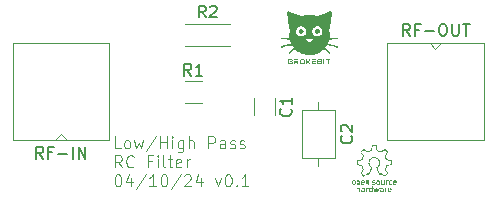
<source format=gbr>
%TF.GenerationSoftware,KiCad,Pcbnew,8.0.1*%
%TF.CreationDate,2024-04-10T13:10:00-07:00*%
%TF.ProjectId,LowPassFilter,4c6f7750-6173-4734-9669-6c7465722e6b,rev?*%
%TF.SameCoordinates,Original*%
%TF.FileFunction,Legend,Top*%
%TF.FilePolarity,Positive*%
%FSLAX46Y46*%
G04 Gerber Fmt 4.6, Leading zero omitted, Abs format (unit mm)*
G04 Created by KiCad (PCBNEW 8.0.1) date 2024-04-10 13:10:00*
%MOMM*%
%LPD*%
G01*
G04 APERTURE LIST*
%ADD10C,0.100000*%
%ADD11C,0.150000*%
%ADD12C,0.120000*%
%ADD13C,0.000000*%
G04 APERTURE END LIST*
D10*
X137432074Y-99776531D02*
X136955884Y-99776531D01*
X136955884Y-99776531D02*
X136955884Y-98776531D01*
X137908265Y-99776531D02*
X137813027Y-99728912D01*
X137813027Y-99728912D02*
X137765408Y-99681292D01*
X137765408Y-99681292D02*
X137717789Y-99586054D01*
X137717789Y-99586054D02*
X137717789Y-99300340D01*
X137717789Y-99300340D02*
X137765408Y-99205102D01*
X137765408Y-99205102D02*
X137813027Y-99157483D01*
X137813027Y-99157483D02*
X137908265Y-99109864D01*
X137908265Y-99109864D02*
X138051122Y-99109864D01*
X138051122Y-99109864D02*
X138146360Y-99157483D01*
X138146360Y-99157483D02*
X138193979Y-99205102D01*
X138193979Y-99205102D02*
X138241598Y-99300340D01*
X138241598Y-99300340D02*
X138241598Y-99586054D01*
X138241598Y-99586054D02*
X138193979Y-99681292D01*
X138193979Y-99681292D02*
X138146360Y-99728912D01*
X138146360Y-99728912D02*
X138051122Y-99776531D01*
X138051122Y-99776531D02*
X137908265Y-99776531D01*
X138574932Y-99109864D02*
X138765408Y-99776531D01*
X138765408Y-99776531D02*
X138955884Y-99300340D01*
X138955884Y-99300340D02*
X139146360Y-99776531D01*
X139146360Y-99776531D02*
X139336836Y-99109864D01*
X140432074Y-98728912D02*
X139574932Y-100014626D01*
X140765408Y-99776531D02*
X140765408Y-98776531D01*
X140765408Y-99252721D02*
X141336836Y-99252721D01*
X141336836Y-99776531D02*
X141336836Y-98776531D01*
X141813027Y-99776531D02*
X141813027Y-99109864D01*
X141813027Y-98776531D02*
X141765408Y-98824150D01*
X141765408Y-98824150D02*
X141813027Y-98871769D01*
X141813027Y-98871769D02*
X141860646Y-98824150D01*
X141860646Y-98824150D02*
X141813027Y-98776531D01*
X141813027Y-98776531D02*
X141813027Y-98871769D01*
X142717788Y-99109864D02*
X142717788Y-99919388D01*
X142717788Y-99919388D02*
X142670169Y-100014626D01*
X142670169Y-100014626D02*
X142622550Y-100062245D01*
X142622550Y-100062245D02*
X142527312Y-100109864D01*
X142527312Y-100109864D02*
X142384455Y-100109864D01*
X142384455Y-100109864D02*
X142289217Y-100062245D01*
X142717788Y-99728912D02*
X142622550Y-99776531D01*
X142622550Y-99776531D02*
X142432074Y-99776531D01*
X142432074Y-99776531D02*
X142336836Y-99728912D01*
X142336836Y-99728912D02*
X142289217Y-99681292D01*
X142289217Y-99681292D02*
X142241598Y-99586054D01*
X142241598Y-99586054D02*
X142241598Y-99300340D01*
X142241598Y-99300340D02*
X142289217Y-99205102D01*
X142289217Y-99205102D02*
X142336836Y-99157483D01*
X142336836Y-99157483D02*
X142432074Y-99109864D01*
X142432074Y-99109864D02*
X142622550Y-99109864D01*
X142622550Y-99109864D02*
X142717788Y-99157483D01*
X143193979Y-99776531D02*
X143193979Y-98776531D01*
X143622550Y-99776531D02*
X143622550Y-99252721D01*
X143622550Y-99252721D02*
X143574931Y-99157483D01*
X143574931Y-99157483D02*
X143479693Y-99109864D01*
X143479693Y-99109864D02*
X143336836Y-99109864D01*
X143336836Y-99109864D02*
X143241598Y-99157483D01*
X143241598Y-99157483D02*
X143193979Y-99205102D01*
X144860646Y-99776531D02*
X144860646Y-98776531D01*
X144860646Y-98776531D02*
X145241598Y-98776531D01*
X145241598Y-98776531D02*
X145336836Y-98824150D01*
X145336836Y-98824150D02*
X145384455Y-98871769D01*
X145384455Y-98871769D02*
X145432074Y-98967007D01*
X145432074Y-98967007D02*
X145432074Y-99109864D01*
X145432074Y-99109864D02*
X145384455Y-99205102D01*
X145384455Y-99205102D02*
X145336836Y-99252721D01*
X145336836Y-99252721D02*
X145241598Y-99300340D01*
X145241598Y-99300340D02*
X144860646Y-99300340D01*
X146289217Y-99776531D02*
X146289217Y-99252721D01*
X146289217Y-99252721D02*
X146241598Y-99157483D01*
X146241598Y-99157483D02*
X146146360Y-99109864D01*
X146146360Y-99109864D02*
X145955884Y-99109864D01*
X145955884Y-99109864D02*
X145860646Y-99157483D01*
X146289217Y-99728912D02*
X146193979Y-99776531D01*
X146193979Y-99776531D02*
X145955884Y-99776531D01*
X145955884Y-99776531D02*
X145860646Y-99728912D01*
X145860646Y-99728912D02*
X145813027Y-99633673D01*
X145813027Y-99633673D02*
X145813027Y-99538435D01*
X145813027Y-99538435D02*
X145860646Y-99443197D01*
X145860646Y-99443197D02*
X145955884Y-99395578D01*
X145955884Y-99395578D02*
X146193979Y-99395578D01*
X146193979Y-99395578D02*
X146289217Y-99347959D01*
X146717789Y-99728912D02*
X146813027Y-99776531D01*
X146813027Y-99776531D02*
X147003503Y-99776531D01*
X147003503Y-99776531D02*
X147098741Y-99728912D01*
X147098741Y-99728912D02*
X147146360Y-99633673D01*
X147146360Y-99633673D02*
X147146360Y-99586054D01*
X147146360Y-99586054D02*
X147098741Y-99490816D01*
X147098741Y-99490816D02*
X147003503Y-99443197D01*
X147003503Y-99443197D02*
X146860646Y-99443197D01*
X146860646Y-99443197D02*
X146765408Y-99395578D01*
X146765408Y-99395578D02*
X146717789Y-99300340D01*
X146717789Y-99300340D02*
X146717789Y-99252721D01*
X146717789Y-99252721D02*
X146765408Y-99157483D01*
X146765408Y-99157483D02*
X146860646Y-99109864D01*
X146860646Y-99109864D02*
X147003503Y-99109864D01*
X147003503Y-99109864D02*
X147098741Y-99157483D01*
X147527313Y-99728912D02*
X147622551Y-99776531D01*
X147622551Y-99776531D02*
X147813027Y-99776531D01*
X147813027Y-99776531D02*
X147908265Y-99728912D01*
X147908265Y-99728912D02*
X147955884Y-99633673D01*
X147955884Y-99633673D02*
X147955884Y-99586054D01*
X147955884Y-99586054D02*
X147908265Y-99490816D01*
X147908265Y-99490816D02*
X147813027Y-99443197D01*
X147813027Y-99443197D02*
X147670170Y-99443197D01*
X147670170Y-99443197D02*
X147574932Y-99395578D01*
X147574932Y-99395578D02*
X147527313Y-99300340D01*
X147527313Y-99300340D02*
X147527313Y-99252721D01*
X147527313Y-99252721D02*
X147574932Y-99157483D01*
X147574932Y-99157483D02*
X147670170Y-99109864D01*
X147670170Y-99109864D02*
X147813027Y-99109864D01*
X147813027Y-99109864D02*
X147908265Y-99157483D01*
X137527312Y-101386475D02*
X137193979Y-100910284D01*
X136955884Y-101386475D02*
X136955884Y-100386475D01*
X136955884Y-100386475D02*
X137336836Y-100386475D01*
X137336836Y-100386475D02*
X137432074Y-100434094D01*
X137432074Y-100434094D02*
X137479693Y-100481713D01*
X137479693Y-100481713D02*
X137527312Y-100576951D01*
X137527312Y-100576951D02*
X137527312Y-100719808D01*
X137527312Y-100719808D02*
X137479693Y-100815046D01*
X137479693Y-100815046D02*
X137432074Y-100862665D01*
X137432074Y-100862665D02*
X137336836Y-100910284D01*
X137336836Y-100910284D02*
X136955884Y-100910284D01*
X138527312Y-101291236D02*
X138479693Y-101338856D01*
X138479693Y-101338856D02*
X138336836Y-101386475D01*
X138336836Y-101386475D02*
X138241598Y-101386475D01*
X138241598Y-101386475D02*
X138098741Y-101338856D01*
X138098741Y-101338856D02*
X138003503Y-101243617D01*
X138003503Y-101243617D02*
X137955884Y-101148379D01*
X137955884Y-101148379D02*
X137908265Y-100957903D01*
X137908265Y-100957903D02*
X137908265Y-100815046D01*
X137908265Y-100815046D02*
X137955884Y-100624570D01*
X137955884Y-100624570D02*
X138003503Y-100529332D01*
X138003503Y-100529332D02*
X138098741Y-100434094D01*
X138098741Y-100434094D02*
X138241598Y-100386475D01*
X138241598Y-100386475D02*
X138336836Y-100386475D01*
X138336836Y-100386475D02*
X138479693Y-100434094D01*
X138479693Y-100434094D02*
X138527312Y-100481713D01*
X140051122Y-100862665D02*
X139717789Y-100862665D01*
X139717789Y-101386475D02*
X139717789Y-100386475D01*
X139717789Y-100386475D02*
X140193979Y-100386475D01*
X140574932Y-101386475D02*
X140574932Y-100719808D01*
X140574932Y-100386475D02*
X140527313Y-100434094D01*
X140527313Y-100434094D02*
X140574932Y-100481713D01*
X140574932Y-100481713D02*
X140622551Y-100434094D01*
X140622551Y-100434094D02*
X140574932Y-100386475D01*
X140574932Y-100386475D02*
X140574932Y-100481713D01*
X141193979Y-101386475D02*
X141098741Y-101338856D01*
X141098741Y-101338856D02*
X141051122Y-101243617D01*
X141051122Y-101243617D02*
X141051122Y-100386475D01*
X141432075Y-100719808D02*
X141813027Y-100719808D01*
X141574932Y-100386475D02*
X141574932Y-101243617D01*
X141574932Y-101243617D02*
X141622551Y-101338856D01*
X141622551Y-101338856D02*
X141717789Y-101386475D01*
X141717789Y-101386475D02*
X141813027Y-101386475D01*
X142527313Y-101338856D02*
X142432075Y-101386475D01*
X142432075Y-101386475D02*
X142241599Y-101386475D01*
X142241599Y-101386475D02*
X142146361Y-101338856D01*
X142146361Y-101338856D02*
X142098742Y-101243617D01*
X142098742Y-101243617D02*
X142098742Y-100862665D01*
X142098742Y-100862665D02*
X142146361Y-100767427D01*
X142146361Y-100767427D02*
X142241599Y-100719808D01*
X142241599Y-100719808D02*
X142432075Y-100719808D01*
X142432075Y-100719808D02*
X142527313Y-100767427D01*
X142527313Y-100767427D02*
X142574932Y-100862665D01*
X142574932Y-100862665D02*
X142574932Y-100957903D01*
X142574932Y-100957903D02*
X142098742Y-101053141D01*
X143003504Y-101386475D02*
X143003504Y-100719808D01*
X143003504Y-100910284D02*
X143051123Y-100815046D01*
X143051123Y-100815046D02*
X143098742Y-100767427D01*
X143098742Y-100767427D02*
X143193980Y-100719808D01*
X143193980Y-100719808D02*
X143289218Y-100719808D01*
X137146360Y-101996419D02*
X137241598Y-101996419D01*
X137241598Y-101996419D02*
X137336836Y-102044038D01*
X137336836Y-102044038D02*
X137384455Y-102091657D01*
X137384455Y-102091657D02*
X137432074Y-102186895D01*
X137432074Y-102186895D02*
X137479693Y-102377371D01*
X137479693Y-102377371D02*
X137479693Y-102615466D01*
X137479693Y-102615466D02*
X137432074Y-102805942D01*
X137432074Y-102805942D02*
X137384455Y-102901180D01*
X137384455Y-102901180D02*
X137336836Y-102948800D01*
X137336836Y-102948800D02*
X137241598Y-102996419D01*
X137241598Y-102996419D02*
X137146360Y-102996419D01*
X137146360Y-102996419D02*
X137051122Y-102948800D01*
X137051122Y-102948800D02*
X137003503Y-102901180D01*
X137003503Y-102901180D02*
X136955884Y-102805942D01*
X136955884Y-102805942D02*
X136908265Y-102615466D01*
X136908265Y-102615466D02*
X136908265Y-102377371D01*
X136908265Y-102377371D02*
X136955884Y-102186895D01*
X136955884Y-102186895D02*
X137003503Y-102091657D01*
X137003503Y-102091657D02*
X137051122Y-102044038D01*
X137051122Y-102044038D02*
X137146360Y-101996419D01*
X138336836Y-102329752D02*
X138336836Y-102996419D01*
X138098741Y-101948800D02*
X137860646Y-102663085D01*
X137860646Y-102663085D02*
X138479693Y-102663085D01*
X139574931Y-101948800D02*
X138717789Y-103234514D01*
X140432074Y-102996419D02*
X139860646Y-102996419D01*
X140146360Y-102996419D02*
X140146360Y-101996419D01*
X140146360Y-101996419D02*
X140051122Y-102139276D01*
X140051122Y-102139276D02*
X139955884Y-102234514D01*
X139955884Y-102234514D02*
X139860646Y-102282133D01*
X141051122Y-101996419D02*
X141146360Y-101996419D01*
X141146360Y-101996419D02*
X141241598Y-102044038D01*
X141241598Y-102044038D02*
X141289217Y-102091657D01*
X141289217Y-102091657D02*
X141336836Y-102186895D01*
X141336836Y-102186895D02*
X141384455Y-102377371D01*
X141384455Y-102377371D02*
X141384455Y-102615466D01*
X141384455Y-102615466D02*
X141336836Y-102805942D01*
X141336836Y-102805942D02*
X141289217Y-102901180D01*
X141289217Y-102901180D02*
X141241598Y-102948800D01*
X141241598Y-102948800D02*
X141146360Y-102996419D01*
X141146360Y-102996419D02*
X141051122Y-102996419D01*
X141051122Y-102996419D02*
X140955884Y-102948800D01*
X140955884Y-102948800D02*
X140908265Y-102901180D01*
X140908265Y-102901180D02*
X140860646Y-102805942D01*
X140860646Y-102805942D02*
X140813027Y-102615466D01*
X140813027Y-102615466D02*
X140813027Y-102377371D01*
X140813027Y-102377371D02*
X140860646Y-102186895D01*
X140860646Y-102186895D02*
X140908265Y-102091657D01*
X140908265Y-102091657D02*
X140955884Y-102044038D01*
X140955884Y-102044038D02*
X141051122Y-101996419D01*
X142527312Y-101948800D02*
X141670170Y-103234514D01*
X142813027Y-102091657D02*
X142860646Y-102044038D01*
X142860646Y-102044038D02*
X142955884Y-101996419D01*
X142955884Y-101996419D02*
X143193979Y-101996419D01*
X143193979Y-101996419D02*
X143289217Y-102044038D01*
X143289217Y-102044038D02*
X143336836Y-102091657D01*
X143336836Y-102091657D02*
X143384455Y-102186895D01*
X143384455Y-102186895D02*
X143384455Y-102282133D01*
X143384455Y-102282133D02*
X143336836Y-102424990D01*
X143336836Y-102424990D02*
X142765408Y-102996419D01*
X142765408Y-102996419D02*
X143384455Y-102996419D01*
X144241598Y-102329752D02*
X144241598Y-102996419D01*
X144003503Y-101948800D02*
X143765408Y-102663085D01*
X143765408Y-102663085D02*
X144384455Y-102663085D01*
X145432075Y-102329752D02*
X145670170Y-102996419D01*
X145670170Y-102996419D02*
X145908265Y-102329752D01*
X146479694Y-101996419D02*
X146574932Y-101996419D01*
X146574932Y-101996419D02*
X146670170Y-102044038D01*
X146670170Y-102044038D02*
X146717789Y-102091657D01*
X146717789Y-102091657D02*
X146765408Y-102186895D01*
X146765408Y-102186895D02*
X146813027Y-102377371D01*
X146813027Y-102377371D02*
X146813027Y-102615466D01*
X146813027Y-102615466D02*
X146765408Y-102805942D01*
X146765408Y-102805942D02*
X146717789Y-102901180D01*
X146717789Y-102901180D02*
X146670170Y-102948800D01*
X146670170Y-102948800D02*
X146574932Y-102996419D01*
X146574932Y-102996419D02*
X146479694Y-102996419D01*
X146479694Y-102996419D02*
X146384456Y-102948800D01*
X146384456Y-102948800D02*
X146336837Y-102901180D01*
X146336837Y-102901180D02*
X146289218Y-102805942D01*
X146289218Y-102805942D02*
X146241599Y-102615466D01*
X146241599Y-102615466D02*
X146241599Y-102377371D01*
X146241599Y-102377371D02*
X146289218Y-102186895D01*
X146289218Y-102186895D02*
X146336837Y-102091657D01*
X146336837Y-102091657D02*
X146384456Y-102044038D01*
X146384456Y-102044038D02*
X146479694Y-101996419D01*
X147241599Y-102901180D02*
X147289218Y-102948800D01*
X147289218Y-102948800D02*
X147241599Y-102996419D01*
X147241599Y-102996419D02*
X147193980Y-102948800D01*
X147193980Y-102948800D02*
X147241599Y-102901180D01*
X147241599Y-102901180D02*
X147241599Y-102996419D01*
X148241598Y-102996419D02*
X147670170Y-102996419D01*
X147955884Y-102996419D02*
X147955884Y-101996419D01*
X147955884Y-101996419D02*
X147860646Y-102139276D01*
X147860646Y-102139276D02*
X147765408Y-102234514D01*
X147765408Y-102234514D02*
X147670170Y-102282133D01*
D11*
X156957580Y-98718666D02*
X157005200Y-98766285D01*
X157005200Y-98766285D02*
X157052819Y-98909142D01*
X157052819Y-98909142D02*
X157052819Y-99004380D01*
X157052819Y-99004380D02*
X157005200Y-99147237D01*
X157005200Y-99147237D02*
X156909961Y-99242475D01*
X156909961Y-99242475D02*
X156814723Y-99290094D01*
X156814723Y-99290094D02*
X156624247Y-99337713D01*
X156624247Y-99337713D02*
X156481390Y-99337713D01*
X156481390Y-99337713D02*
X156290914Y-99290094D01*
X156290914Y-99290094D02*
X156195676Y-99242475D01*
X156195676Y-99242475D02*
X156100438Y-99147237D01*
X156100438Y-99147237D02*
X156052819Y-99004380D01*
X156052819Y-99004380D02*
X156052819Y-98909142D01*
X156052819Y-98909142D02*
X156100438Y-98766285D01*
X156100438Y-98766285D02*
X156148057Y-98718666D01*
X156148057Y-98337713D02*
X156100438Y-98290094D01*
X156100438Y-98290094D02*
X156052819Y-98194856D01*
X156052819Y-98194856D02*
X156052819Y-97956761D01*
X156052819Y-97956761D02*
X156100438Y-97861523D01*
X156100438Y-97861523D02*
X156148057Y-97813904D01*
X156148057Y-97813904D02*
X156243295Y-97766285D01*
X156243295Y-97766285D02*
X156338533Y-97766285D01*
X156338533Y-97766285D02*
X156481390Y-97813904D01*
X156481390Y-97813904D02*
X157052819Y-98385332D01*
X157052819Y-98385332D02*
X157052819Y-97766285D01*
X130874000Y-100650819D02*
X130540667Y-100174628D01*
X130302572Y-100650819D02*
X130302572Y-99650819D01*
X130302572Y-99650819D02*
X130683524Y-99650819D01*
X130683524Y-99650819D02*
X130778762Y-99698438D01*
X130778762Y-99698438D02*
X130826381Y-99746057D01*
X130826381Y-99746057D02*
X130874000Y-99841295D01*
X130874000Y-99841295D02*
X130874000Y-99984152D01*
X130874000Y-99984152D02*
X130826381Y-100079390D01*
X130826381Y-100079390D02*
X130778762Y-100127009D01*
X130778762Y-100127009D02*
X130683524Y-100174628D01*
X130683524Y-100174628D02*
X130302572Y-100174628D01*
X131635905Y-100127009D02*
X131302572Y-100127009D01*
X131302572Y-100650819D02*
X131302572Y-99650819D01*
X131302572Y-99650819D02*
X131778762Y-99650819D01*
X132159715Y-100269866D02*
X132921620Y-100269866D01*
X133397810Y-100650819D02*
X133397810Y-99650819D01*
X133874000Y-100650819D02*
X133874000Y-99650819D01*
X133874000Y-99650819D02*
X134445428Y-100650819D01*
X134445428Y-100650819D02*
X134445428Y-99650819D01*
X161917333Y-90250819D02*
X161584000Y-89774628D01*
X161345905Y-90250819D02*
X161345905Y-89250819D01*
X161345905Y-89250819D02*
X161726857Y-89250819D01*
X161726857Y-89250819D02*
X161822095Y-89298438D01*
X161822095Y-89298438D02*
X161869714Y-89346057D01*
X161869714Y-89346057D02*
X161917333Y-89441295D01*
X161917333Y-89441295D02*
X161917333Y-89584152D01*
X161917333Y-89584152D02*
X161869714Y-89679390D01*
X161869714Y-89679390D02*
X161822095Y-89727009D01*
X161822095Y-89727009D02*
X161726857Y-89774628D01*
X161726857Y-89774628D02*
X161345905Y-89774628D01*
X162679238Y-89727009D02*
X162345905Y-89727009D01*
X162345905Y-90250819D02*
X162345905Y-89250819D01*
X162345905Y-89250819D02*
X162822095Y-89250819D01*
X163203048Y-89869866D02*
X163964953Y-89869866D01*
X164631619Y-89250819D02*
X164822095Y-89250819D01*
X164822095Y-89250819D02*
X164917333Y-89298438D01*
X164917333Y-89298438D02*
X165012571Y-89393676D01*
X165012571Y-89393676D02*
X165060190Y-89584152D01*
X165060190Y-89584152D02*
X165060190Y-89917485D01*
X165060190Y-89917485D02*
X165012571Y-90107961D01*
X165012571Y-90107961D02*
X164917333Y-90203200D01*
X164917333Y-90203200D02*
X164822095Y-90250819D01*
X164822095Y-90250819D02*
X164631619Y-90250819D01*
X164631619Y-90250819D02*
X164536381Y-90203200D01*
X164536381Y-90203200D02*
X164441143Y-90107961D01*
X164441143Y-90107961D02*
X164393524Y-89917485D01*
X164393524Y-89917485D02*
X164393524Y-89584152D01*
X164393524Y-89584152D02*
X164441143Y-89393676D01*
X164441143Y-89393676D02*
X164536381Y-89298438D01*
X164536381Y-89298438D02*
X164631619Y-89250819D01*
X165488762Y-89250819D02*
X165488762Y-90060342D01*
X165488762Y-90060342D02*
X165536381Y-90155580D01*
X165536381Y-90155580D02*
X165584000Y-90203200D01*
X165584000Y-90203200D02*
X165679238Y-90250819D01*
X165679238Y-90250819D02*
X165869714Y-90250819D01*
X165869714Y-90250819D02*
X165964952Y-90203200D01*
X165964952Y-90203200D02*
X166012571Y-90155580D01*
X166012571Y-90155580D02*
X166060190Y-90060342D01*
X166060190Y-90060342D02*
X166060190Y-89250819D01*
X166393524Y-89250819D02*
X166964952Y-89250819D01*
X166679238Y-90250819D02*
X166679238Y-89250819D01*
X144613333Y-88704819D02*
X144280000Y-88228628D01*
X144041905Y-88704819D02*
X144041905Y-87704819D01*
X144041905Y-87704819D02*
X144422857Y-87704819D01*
X144422857Y-87704819D02*
X144518095Y-87752438D01*
X144518095Y-87752438D02*
X144565714Y-87800057D01*
X144565714Y-87800057D02*
X144613333Y-87895295D01*
X144613333Y-87895295D02*
X144613333Y-88038152D01*
X144613333Y-88038152D02*
X144565714Y-88133390D01*
X144565714Y-88133390D02*
X144518095Y-88181009D01*
X144518095Y-88181009D02*
X144422857Y-88228628D01*
X144422857Y-88228628D02*
X144041905Y-88228628D01*
X144994286Y-87800057D02*
X145041905Y-87752438D01*
X145041905Y-87752438D02*
X145137143Y-87704819D01*
X145137143Y-87704819D02*
X145375238Y-87704819D01*
X145375238Y-87704819D02*
X145470476Y-87752438D01*
X145470476Y-87752438D02*
X145518095Y-87800057D01*
X145518095Y-87800057D02*
X145565714Y-87895295D01*
X145565714Y-87895295D02*
X145565714Y-87990533D01*
X145565714Y-87990533D02*
X145518095Y-88133390D01*
X145518095Y-88133390D02*
X144946667Y-88704819D01*
X144946667Y-88704819D02*
X145565714Y-88704819D01*
X151815580Y-96432666D02*
X151863200Y-96480285D01*
X151863200Y-96480285D02*
X151910819Y-96623142D01*
X151910819Y-96623142D02*
X151910819Y-96718380D01*
X151910819Y-96718380D02*
X151863200Y-96861237D01*
X151863200Y-96861237D02*
X151767961Y-96956475D01*
X151767961Y-96956475D02*
X151672723Y-97004094D01*
X151672723Y-97004094D02*
X151482247Y-97051713D01*
X151482247Y-97051713D02*
X151339390Y-97051713D01*
X151339390Y-97051713D02*
X151148914Y-97004094D01*
X151148914Y-97004094D02*
X151053676Y-96956475D01*
X151053676Y-96956475D02*
X150958438Y-96861237D01*
X150958438Y-96861237D02*
X150910819Y-96718380D01*
X150910819Y-96718380D02*
X150910819Y-96623142D01*
X150910819Y-96623142D02*
X150958438Y-96480285D01*
X150958438Y-96480285D02*
X151006057Y-96432666D01*
X151910819Y-95480285D02*
X151910819Y-96051713D01*
X151910819Y-95765999D02*
X150910819Y-95765999D01*
X150910819Y-95765999D02*
X151053676Y-95861237D01*
X151053676Y-95861237D02*
X151148914Y-95956475D01*
X151148914Y-95956475D02*
X151196533Y-96051713D01*
X143404833Y-93630819D02*
X143071500Y-93154628D01*
X142833405Y-93630819D02*
X142833405Y-92630819D01*
X142833405Y-92630819D02*
X143214357Y-92630819D01*
X143214357Y-92630819D02*
X143309595Y-92678438D01*
X143309595Y-92678438D02*
X143357214Y-92726057D01*
X143357214Y-92726057D02*
X143404833Y-92821295D01*
X143404833Y-92821295D02*
X143404833Y-92964152D01*
X143404833Y-92964152D02*
X143357214Y-93059390D01*
X143357214Y-93059390D02*
X143309595Y-93107009D01*
X143309595Y-93107009D02*
X143214357Y-93154628D01*
X143214357Y-93154628D02*
X142833405Y-93154628D01*
X144357214Y-93630819D02*
X143785786Y-93630819D01*
X144071500Y-93630819D02*
X144071500Y-92630819D01*
X144071500Y-92630819D02*
X143976262Y-92773676D01*
X143976262Y-92773676D02*
X143881024Y-92868914D01*
X143881024Y-92868914D02*
X143785786Y-92916533D01*
D12*
%TO.C,C2*%
X152758000Y-96532000D02*
X152758000Y-100572000D01*
X152758000Y-100572000D02*
X155598000Y-100572000D01*
X154178000Y-95842000D02*
X154178000Y-96532000D01*
X154178000Y-101262000D02*
X154178000Y-100572000D01*
X155598000Y-96532000D02*
X152758000Y-96532000D01*
X155598000Y-100572000D02*
X155598000Y-96532000D01*
%TO.C,RF-IN*%
X128274000Y-90896000D02*
X136474000Y-90896000D01*
X128274000Y-99096000D02*
X128274000Y-90896000D01*
X128274000Y-99096000D02*
X136474000Y-99096000D01*
X132374000Y-98596000D02*
X131874000Y-99096000D01*
X132874000Y-99096000D02*
X132374000Y-98596000D01*
X136474000Y-99096000D02*
X136474000Y-90896000D01*
%TO.C,RF-OUT*%
X159984000Y-90896000D02*
X159984000Y-99096000D01*
X163584000Y-90896000D02*
X164084000Y-91396000D01*
X164084000Y-91396000D02*
X164584000Y-90896000D01*
X168184000Y-90896000D02*
X159984000Y-90896000D01*
X168184000Y-90896000D02*
X168184000Y-99096000D01*
X168184000Y-99096000D02*
X159984000Y-99096000D01*
%TO.C,R2*%
X142860000Y-89250000D02*
X146700000Y-89250000D01*
X142860000Y-91090000D02*
X146700000Y-91090000D01*
D13*
%TO.C,G\u002A\u002A\u002A*%
G36*
X153960030Y-92234243D02*
G01*
X153962154Y-92243594D01*
X153963474Y-92256656D01*
X153963689Y-92264009D01*
X153963005Y-92277500D01*
X153961263Y-92289349D01*
X153960030Y-92293775D01*
X153956372Y-92303398D01*
X153797117Y-92303398D01*
X153757876Y-92303371D01*
X153725467Y-92303275D01*
X153699219Y-92303086D01*
X153678460Y-92302780D01*
X153662521Y-92302333D01*
X153650731Y-92301721D01*
X153642418Y-92300920D01*
X153636912Y-92299907D01*
X153633543Y-92298656D01*
X153631967Y-92297503D01*
X153628673Y-92290311D01*
X153626638Y-92278164D01*
X153625950Y-92263516D01*
X153626696Y-92248821D01*
X153628962Y-92236534D01*
X153629731Y-92234243D01*
X153633389Y-92224620D01*
X153794881Y-92224620D01*
X153956372Y-92224620D01*
X153960030Y-92234243D01*
G37*
G36*
X154633779Y-92225394D02*
G01*
X154648707Y-92226150D01*
X154657951Y-92227408D01*
X154663327Y-92229730D01*
X154666654Y-92233672D01*
X154667841Y-92235874D01*
X154668813Y-92241504D01*
X154669687Y-92253779D01*
X154670461Y-92271840D01*
X154671133Y-92294831D01*
X154671700Y-92321894D01*
X154672159Y-92352172D01*
X154672509Y-92384808D01*
X154672746Y-92418943D01*
X154672869Y-92453720D01*
X154672874Y-92488283D01*
X154672760Y-92521773D01*
X154672524Y-92553333D01*
X154672164Y-92582106D01*
X154671677Y-92607233D01*
X154671060Y-92627859D01*
X154670312Y-92643125D01*
X154669430Y-92652173D01*
X154669025Y-92653899D01*
X154666841Y-92658615D01*
X154663580Y-92661448D01*
X154657553Y-92662851D01*
X154647067Y-92663279D01*
X154634325Y-92663225D01*
X154619366Y-92662870D01*
X154607074Y-92662187D01*
X154599566Y-92661307D01*
X154598595Y-92661037D01*
X154597462Y-92656937D01*
X154596468Y-92646150D01*
X154595615Y-92629492D01*
X154594899Y-92607779D01*
X154594321Y-92581825D01*
X154593878Y-92552445D01*
X154593571Y-92520455D01*
X154593397Y-92486670D01*
X154593356Y-92451905D01*
X154593447Y-92416975D01*
X154593668Y-92382695D01*
X154594019Y-92349881D01*
X154594498Y-92319347D01*
X154595104Y-92291909D01*
X154595836Y-92268382D01*
X154596694Y-92249581D01*
X154597675Y-92236321D01*
X154598779Y-92229417D01*
X154599177Y-92228667D01*
X154606250Y-92226320D01*
X154619597Y-92225257D01*
X154633779Y-92225394D01*
G37*
G36*
X152751751Y-89679748D02*
G01*
X152788213Y-89689639D01*
X152821413Y-89705925D01*
X152850748Y-89728235D01*
X152875612Y-89756200D01*
X152894837Y-89788272D01*
X152908248Y-89823976D01*
X152914621Y-89860126D01*
X152914317Y-89895942D01*
X152907699Y-89930641D01*
X152895130Y-89963442D01*
X152876973Y-89993563D01*
X152853589Y-90020222D01*
X152825341Y-90042639D01*
X152792593Y-90060030D01*
X152764389Y-90069544D01*
X152741066Y-90073467D01*
X152714145Y-90074637D01*
X152686990Y-90073101D01*
X152662964Y-90068904D01*
X152660115Y-90068128D01*
X152625299Y-90054624D01*
X152594221Y-90034968D01*
X152573885Y-90016984D01*
X152549766Y-89987975D01*
X152532090Y-89956152D01*
X152520765Y-89922384D01*
X152515697Y-89887541D01*
X152516795Y-89852493D01*
X152523965Y-89818109D01*
X152537115Y-89785259D01*
X152540608Y-89779672D01*
X152617996Y-89779672D01*
X152619776Y-89796265D01*
X152626820Y-89811158D01*
X152638021Y-89823277D01*
X152652269Y-89831549D01*
X152668456Y-89834900D01*
X152685473Y-89832257D01*
X152691856Y-89829495D01*
X152706773Y-89817968D01*
X152717153Y-89802157D01*
X152720431Y-89791650D01*
X152719908Y-89777236D01*
X152714416Y-89761730D01*
X152705328Y-89748045D01*
X152696191Y-89740245D01*
X152679223Y-89734222D01*
X152661249Y-89734444D01*
X152644225Y-89740320D01*
X152630106Y-89751261D01*
X152622591Y-89762451D01*
X152617996Y-89779672D01*
X152540608Y-89779672D01*
X152556152Y-89754813D01*
X152580983Y-89727639D01*
X152606861Y-89707577D01*
X152636933Y-89691252D01*
X152668513Y-89681189D01*
X152703384Y-89676866D01*
X152712633Y-89676623D01*
X152751751Y-89679748D01*
G37*
G36*
X154133258Y-89682548D02*
G01*
X154167938Y-89695963D01*
X154168134Y-89696061D01*
X154201965Y-89716260D01*
X154229560Y-89740316D01*
X154251412Y-89768771D01*
X154268016Y-89802165D01*
X154270191Y-89807926D01*
X154279306Y-89843355D01*
X154281551Y-89879076D01*
X154277392Y-89914241D01*
X154267291Y-89948006D01*
X154251716Y-89979525D01*
X154231128Y-90007950D01*
X154205994Y-90032436D01*
X154176779Y-90052137D01*
X154143945Y-90066206D01*
X154125748Y-90070984D01*
X154103831Y-90073893D01*
X154078797Y-90074636D01*
X154054089Y-90073258D01*
X154033149Y-90069803D01*
X154033088Y-90069788D01*
X153997581Y-90057135D01*
X153965450Y-90038218D01*
X153937443Y-90013798D01*
X153914308Y-89984638D01*
X153896796Y-89951502D01*
X153886928Y-89920940D01*
X153881677Y-89883951D01*
X153883204Y-89848403D01*
X153890883Y-89814798D01*
X153903946Y-89783965D01*
X153984946Y-89783965D01*
X153988137Y-89802444D01*
X153996784Y-89817283D01*
X154009500Y-89827919D01*
X154024897Y-89833786D01*
X154041588Y-89834320D01*
X154058184Y-89828956D01*
X154071368Y-89819150D01*
X154082224Y-89803798D01*
X154086633Y-89787202D01*
X154085182Y-89770720D01*
X154078461Y-89755714D01*
X154067058Y-89743541D01*
X154051561Y-89735563D01*
X154034123Y-89733097D01*
X154016268Y-89736799D01*
X154001296Y-89746479D01*
X153990522Y-89760781D01*
X153985256Y-89778346D01*
X153984946Y-89783965D01*
X153903946Y-89783965D01*
X153904085Y-89783636D01*
X153922183Y-89755421D01*
X153944550Y-89730653D01*
X153970558Y-89709835D01*
X153999580Y-89693468D01*
X154030988Y-89682054D01*
X154064156Y-89676095D01*
X154098455Y-89676092D01*
X154133258Y-89682548D01*
G37*
G36*
X155036938Y-92224705D02*
G01*
X155077234Y-92224954D01*
X155110897Y-92225366D01*
X155137749Y-92225936D01*
X155157617Y-92226661D01*
X155170325Y-92227537D01*
X155175603Y-92228504D01*
X155179239Y-92231408D01*
X155181427Y-92236445D01*
X155182515Y-92245288D01*
X155182851Y-92259609D01*
X155182859Y-92263391D01*
X155182291Y-92280717D01*
X155180692Y-92293010D01*
X155178357Y-92298896D01*
X155173720Y-92300672D01*
X155163506Y-92301978D01*
X155147201Y-92302845D01*
X155124290Y-92303303D01*
X155103331Y-92303398D01*
X155032807Y-92303398D01*
X155032807Y-92473837D01*
X155032726Y-92513805D01*
X155032492Y-92549939D01*
X155032115Y-92581660D01*
X155031609Y-92608386D01*
X155030984Y-92629536D01*
X155030253Y-92644530D01*
X155029427Y-92652785D01*
X155029149Y-92653899D01*
X155026955Y-92658610D01*
X155023658Y-92661462D01*
X155017572Y-92662922D01*
X155007013Y-92663453D01*
X154994262Y-92663522D01*
X154976827Y-92662957D01*
X154964473Y-92661364D01*
X154958532Y-92659020D01*
X154957410Y-92655912D01*
X154956471Y-92648710D01*
X154955704Y-92636950D01*
X154955097Y-92620164D01*
X154954638Y-92597887D01*
X154954316Y-92569652D01*
X154954119Y-92534993D01*
X154954035Y-92493445D01*
X154954030Y-92478958D01*
X154954030Y-92303398D01*
X154881630Y-92303398D01*
X154853293Y-92303222D01*
X154831928Y-92302677D01*
X154817012Y-92301730D01*
X154808024Y-92300351D01*
X154804729Y-92298896D01*
X154801942Y-92292179D01*
X154800388Y-92280457D01*
X154800016Y-92266116D01*
X154800779Y-92251543D01*
X154802628Y-92239125D01*
X154805514Y-92231249D01*
X154806122Y-92230515D01*
X154808190Y-92229138D01*
X154811820Y-92227989D01*
X154817642Y-92227050D01*
X154826290Y-92226299D01*
X154838396Y-92225717D01*
X154854593Y-92225283D01*
X154875514Y-92224977D01*
X154901790Y-92224778D01*
X154934056Y-92224667D01*
X154972942Y-92224624D01*
X154990182Y-92224620D01*
X155036938Y-92224705D01*
G37*
G36*
X153843252Y-92404746D02*
G01*
X153876364Y-92404946D01*
X153902966Y-92405297D01*
X153923553Y-92405814D01*
X153938620Y-92406511D01*
X153948662Y-92407403D01*
X153954176Y-92408505D01*
X153955436Y-92409184D01*
X153957880Y-92415485D01*
X153959446Y-92427752D01*
X153959938Y-92442733D01*
X153960008Y-92453381D01*
X153959743Y-92461996D01*
X153958424Y-92468792D01*
X153955336Y-92473984D01*
X153949761Y-92477786D01*
X153940984Y-92480415D01*
X153928286Y-92482083D01*
X153910952Y-92483008D01*
X153888264Y-92483402D01*
X153859507Y-92483481D01*
X153824056Y-92483460D01*
X153704850Y-92483460D01*
X153705061Y-92505030D01*
X153707226Y-92528777D01*
X153713328Y-92546593D01*
X153723577Y-92559055D01*
X153724812Y-92560010D01*
X153728187Y-92562272D01*
X153732113Y-92564067D01*
X153737469Y-92565463D01*
X153745133Y-92566525D01*
X153755982Y-92567319D01*
X153770894Y-92567911D01*
X153790749Y-92568366D01*
X153816422Y-92568751D01*
X153845819Y-92569099D01*
X153877506Y-92569473D01*
X153902519Y-92569846D01*
X153921685Y-92570284D01*
X153935832Y-92570849D01*
X153945788Y-92571606D01*
X153952380Y-92572619D01*
X153956437Y-92573951D01*
X153958785Y-92575667D01*
X153960253Y-92577831D01*
X153960313Y-92577944D01*
X153962424Y-92585916D01*
X153963467Y-92598483D01*
X153963543Y-92613633D01*
X153962754Y-92629355D01*
X153961201Y-92643637D01*
X153958986Y-92654469D01*
X153956209Y-92659839D01*
X153956186Y-92659854D01*
X153951013Y-92660789D01*
X153939483Y-92661560D01*
X153922740Y-92662166D01*
X153901929Y-92662607D01*
X153878193Y-92662886D01*
X153852677Y-92663001D01*
X153826524Y-92662955D01*
X153800878Y-92662747D01*
X153776884Y-92662379D01*
X153755686Y-92661851D01*
X153738427Y-92661164D01*
X153726252Y-92660319D01*
X153721730Y-92659710D01*
X153695567Y-92652064D01*
X153674297Y-92640215D01*
X153657502Y-92623615D01*
X153644765Y-92601714D01*
X153635667Y-92573963D01*
X153629790Y-92539813D01*
X153629665Y-92538730D01*
X153628016Y-92516693D01*
X153627498Y-92491716D01*
X153628196Y-92468292D01*
X153628308Y-92466593D01*
X153629641Y-92449309D01*
X153631119Y-92437666D01*
X153633295Y-92429814D01*
X153636719Y-92423901D01*
X153641944Y-92418078D01*
X153643127Y-92416888D01*
X153655333Y-92404682D01*
X153803134Y-92404682D01*
X153843252Y-92404746D01*
G37*
G36*
X152225907Y-92225015D02*
G01*
X152259823Y-92225244D01*
X152273269Y-92225351D01*
X152311533Y-92225695D01*
X152343075Y-92226106D01*
X152368676Y-92226692D01*
X152389117Y-92227559D01*
X152405179Y-92228811D01*
X152417643Y-92230554D01*
X152427290Y-92232895D01*
X152434900Y-92235939D01*
X152441254Y-92239792D01*
X152447133Y-92244560D01*
X152452584Y-92249644D01*
X152464766Y-92265889D01*
X152474059Y-92287589D01*
X152480328Y-92313221D01*
X152483438Y-92341260D01*
X152483254Y-92370184D01*
X152479641Y-92398469D01*
X152472465Y-92424591D01*
X152468839Y-92433495D01*
X152457568Y-92451313D01*
X152442104Y-92465963D01*
X152424492Y-92475718D01*
X152415838Y-92478163D01*
X152407373Y-92480150D01*
X152403233Y-92481905D01*
X152403151Y-92482098D01*
X152404965Y-92485628D01*
X152410066Y-92494738D01*
X152417944Y-92508540D01*
X152428090Y-92526142D01*
X152439992Y-92546655D01*
X152450289Y-92564314D01*
X152466699Y-92592829D01*
X152479659Y-92616284D01*
X152489010Y-92634374D01*
X152494594Y-92646792D01*
X152496253Y-92653232D01*
X152496243Y-92653311D01*
X152495266Y-92657088D01*
X152492696Y-92659570D01*
X152487135Y-92661090D01*
X152477186Y-92661983D01*
X152461453Y-92662581D01*
X152456875Y-92662712D01*
X152437091Y-92662910D01*
X152423852Y-92662148D01*
X152416249Y-92660344D01*
X152414215Y-92658961D01*
X152411211Y-92654488D01*
X152405084Y-92644399D01*
X152396376Y-92629625D01*
X152385630Y-92611094D01*
X152373391Y-92589737D01*
X152362041Y-92569739D01*
X152314345Y-92485335D01*
X152257463Y-92484300D01*
X152200581Y-92483264D01*
X152200581Y-92568891D01*
X152200446Y-92599518D01*
X152200023Y-92623193D01*
X152199285Y-92640462D01*
X152198203Y-92651871D01*
X152196752Y-92657966D01*
X152196080Y-92659020D01*
X152189747Y-92661457D01*
X152177271Y-92663014D01*
X152161193Y-92663522D01*
X152144167Y-92662944D01*
X152132041Y-92661327D01*
X152126306Y-92659020D01*
X152124988Y-92654031D01*
X152123879Y-92642648D01*
X152122980Y-92625973D01*
X152122291Y-92605113D01*
X152121811Y-92581170D01*
X152121540Y-92555251D01*
X152121480Y-92528459D01*
X152121628Y-92501899D01*
X152121987Y-92476676D01*
X152122555Y-92453893D01*
X152123332Y-92434656D01*
X152124319Y-92420068D01*
X152125516Y-92411235D01*
X152126306Y-92409184D01*
X152129849Y-92407848D01*
X152137881Y-92406774D01*
X152150924Y-92405944D01*
X152169503Y-92405338D01*
X152194141Y-92404939D01*
X152225360Y-92404728D01*
X152253673Y-92404682D01*
X152294437Y-92404547D01*
X152327721Y-92404139D01*
X152353543Y-92403459D01*
X152371922Y-92402507D01*
X152382876Y-92401280D01*
X152385682Y-92400517D01*
X152396130Y-92392296D01*
X152402437Y-92378730D01*
X152404860Y-92359234D01*
X152404901Y-92356521D01*
X152403083Y-92335041D01*
X152397500Y-92319005D01*
X152388381Y-92309005D01*
X152385840Y-92307635D01*
X152379174Y-92306264D01*
X152365703Y-92305166D01*
X152345278Y-92304336D01*
X152317754Y-92303769D01*
X152282984Y-92303462D01*
X152253673Y-92303398D01*
X152217127Y-92303317D01*
X152187558Y-92303062D01*
X152164443Y-92302614D01*
X152147260Y-92301956D01*
X152135484Y-92301068D01*
X152128593Y-92299932D01*
X152126306Y-92298896D01*
X152123467Y-92292106D01*
X152121907Y-92280322D01*
X152121569Y-92265930D01*
X152122397Y-92251319D01*
X152124336Y-92238876D01*
X152127330Y-92230991D01*
X152127906Y-92230308D01*
X152130119Y-92228722D01*
X152133739Y-92227449D01*
X152139497Y-92226466D01*
X152148123Y-92225747D01*
X152160347Y-92225267D01*
X152176899Y-92225002D01*
X152198509Y-92224926D01*
X152225907Y-92225015D01*
G37*
G36*
X153177206Y-92224136D02*
G01*
X153185012Y-92224517D01*
X153190408Y-92224620D01*
X153202011Y-92224629D01*
X153210979Y-92225223D01*
X153217651Y-92227258D01*
X153222365Y-92231589D01*
X153225461Y-92239070D01*
X153227277Y-92250556D01*
X153228152Y-92266902D01*
X153228426Y-92288963D01*
X153228436Y-92317594D01*
X153228436Y-92320546D01*
X153228436Y-92404682D01*
X153253757Y-92404593D01*
X153280215Y-92403168D01*
X153299694Y-92399106D01*
X153312173Y-92392415D01*
X153314722Y-92389669D01*
X153318292Y-92384134D01*
X153324900Y-92373131D01*
X153333917Y-92357737D01*
X153344714Y-92339029D01*
X153356663Y-92318084D01*
X153361393Y-92309728D01*
X153373578Y-92288315D01*
X153384830Y-92268829D01*
X153394529Y-92252324D01*
X153402052Y-92239852D01*
X153406780Y-92232464D01*
X153407735Y-92231185D01*
X153412021Y-92227882D01*
X153418976Y-92225871D01*
X153430231Y-92224876D01*
X153446460Y-92224620D01*
X153462861Y-92224850D01*
X153473309Y-92225724D01*
X153479345Y-92227519D01*
X153482509Y-92230514D01*
X153482885Y-92231185D01*
X153484881Y-92239464D01*
X153484419Y-92243377D01*
X153482197Y-92247821D01*
X153476815Y-92257733D01*
X153468860Y-92272082D01*
X153458918Y-92289834D01*
X153447576Y-92309958D01*
X153435419Y-92331422D01*
X153423035Y-92353192D01*
X153411009Y-92374238D01*
X153399928Y-92393526D01*
X153390378Y-92410025D01*
X153382945Y-92422702D01*
X153378217Y-92430526D01*
X153377341Y-92431879D01*
X153375011Y-92439946D01*
X153376631Y-92443623D01*
X153386253Y-92457175D01*
X153395075Y-92470131D01*
X153403930Y-92483822D01*
X153413648Y-92499579D01*
X153425061Y-92518730D01*
X153439003Y-92542607D01*
X153444941Y-92552859D01*
X153460678Y-92580101D01*
X153473024Y-92601622D01*
X153482363Y-92618186D01*
X153489074Y-92630555D01*
X153493540Y-92639494D01*
X153496143Y-92645766D01*
X153497264Y-92650136D01*
X153497285Y-92653367D01*
X153496593Y-92656207D01*
X153494828Y-92659590D01*
X153491157Y-92661739D01*
X153484122Y-92662928D01*
X153472265Y-92663431D01*
X153457593Y-92663522D01*
X153439846Y-92663292D01*
X153428046Y-92662445D01*
X153420648Y-92660740D01*
X153416105Y-92657939D01*
X153415161Y-92656957D01*
X153411720Y-92651915D01*
X153405197Y-92641343D01*
X153396190Y-92626249D01*
X153385296Y-92607640D01*
X153373113Y-92586525D01*
X153365671Y-92573491D01*
X153352914Y-92551354D01*
X153340950Y-92531145D01*
X153330404Y-92513873D01*
X153321900Y-92500551D01*
X153316063Y-92492191D01*
X153314158Y-92490024D01*
X153309067Y-92486922D01*
X153301608Y-92484943D01*
X153290218Y-92483867D01*
X153273336Y-92483476D01*
X153267409Y-92483460D01*
X153228436Y-92483460D01*
X153228436Y-92568989D01*
X153228300Y-92599599D01*
X153227876Y-92623258D01*
X153227137Y-92640510D01*
X153226053Y-92651902D01*
X153224600Y-92657980D01*
X153223934Y-92659020D01*
X153217601Y-92661457D01*
X153205125Y-92663014D01*
X153189047Y-92663522D01*
X153172021Y-92662944D01*
X153159896Y-92661327D01*
X153154160Y-92659020D01*
X153153134Y-92656089D01*
X153152261Y-92649218D01*
X153151531Y-92637972D01*
X153150936Y-92621919D01*
X153150466Y-92600625D01*
X153150113Y-92573655D01*
X153149867Y-92540578D01*
X153149719Y-92500957D01*
X153149660Y-92454361D01*
X153149658Y-92443453D01*
X153149613Y-92397244D01*
X153149546Y-92357977D01*
X153149562Y-92325092D01*
X153149765Y-92298030D01*
X153150259Y-92276231D01*
X153151149Y-92259134D01*
X153152539Y-92246182D01*
X153154532Y-92236813D01*
X153157234Y-92230468D01*
X153160748Y-92226587D01*
X153165178Y-92224612D01*
X153170630Y-92223981D01*
X153177206Y-92224136D01*
G37*
G36*
X151787118Y-92225161D02*
G01*
X151804820Y-92225314D01*
X151840825Y-92225716D01*
X151870154Y-92226199D01*
X151893632Y-92226887D01*
X151912085Y-92227906D01*
X151926339Y-92229380D01*
X151937220Y-92231433D01*
X151945554Y-92234190D01*
X151952166Y-92237777D01*
X151957883Y-92242316D01*
X151963530Y-92247934D01*
X151964989Y-92249480D01*
X151974780Y-92262169D01*
X151981729Y-92277043D01*
X151986310Y-92295652D01*
X151988999Y-92319549D01*
X151989596Y-92329753D01*
X151989864Y-92361777D01*
X151987157Y-92387865D01*
X151981298Y-92409042D01*
X151973207Y-92424714D01*
X151967604Y-92433880D01*
X151966043Y-92439458D01*
X151968084Y-92443881D01*
X151969457Y-92445483D01*
X151979601Y-92461443D01*
X151987050Y-92483269D01*
X151991603Y-92509751D01*
X151993059Y-92539680D01*
X151991218Y-92571847D01*
X151990910Y-92574581D01*
X151986186Y-92601909D01*
X151978836Y-92623034D01*
X151968317Y-92638961D01*
X151954085Y-92650696D01*
X151947941Y-92654091D01*
X151929015Y-92663522D01*
X151791892Y-92663422D01*
X151755598Y-92663362D01*
X151726054Y-92663221D01*
X151702506Y-92662965D01*
X151684202Y-92662563D01*
X151670390Y-92661984D01*
X151660315Y-92661195D01*
X151653226Y-92660165D01*
X151648369Y-92658862D01*
X151644991Y-92657254D01*
X151644913Y-92657206D01*
X151640106Y-92654206D01*
X151636055Y-92651249D01*
X151632694Y-92647705D01*
X151629959Y-92642944D01*
X151627786Y-92636338D01*
X151626110Y-92627256D01*
X151624867Y-92615069D01*
X151623992Y-92599147D01*
X151623587Y-92584745D01*
X151701660Y-92584745D01*
X151800352Y-92584745D01*
X151831520Y-92584671D01*
X151856003Y-92584422D01*
X151874617Y-92583957D01*
X151888179Y-92583235D01*
X151897504Y-92582215D01*
X151903409Y-92580855D01*
X151906326Y-92579420D01*
X151909706Y-92576075D01*
X151911857Y-92570971D01*
X151913045Y-92562546D01*
X151913536Y-92549241D01*
X151913608Y-92536674D01*
X151913539Y-92518784D01*
X151912694Y-92505431D01*
X151910117Y-92495952D01*
X151904852Y-92489683D01*
X151895942Y-92485963D01*
X151882430Y-92484128D01*
X151863360Y-92483514D01*
X151837776Y-92483460D01*
X151836842Y-92483460D01*
X151811623Y-92483291D01*
X151792966Y-92482737D01*
X151779935Y-92481730D01*
X151771598Y-92480199D01*
X151767293Y-92478286D01*
X151762552Y-92471010D01*
X151759406Y-92458858D01*
X151758019Y-92444321D01*
X151758558Y-92429890D01*
X151761186Y-92418054D01*
X151763047Y-92414311D01*
X151765423Y-92411017D01*
X151768339Y-92408605D01*
X151772928Y-92406911D01*
X151780322Y-92405773D01*
X151791652Y-92405027D01*
X151808050Y-92404510D01*
X151830649Y-92404059D01*
X151834634Y-92403987D01*
X151860860Y-92403494D01*
X151880531Y-92402685D01*
X151894588Y-92400961D01*
X151903972Y-92397720D01*
X151909625Y-92392362D01*
X151912488Y-92384285D01*
X151913503Y-92372890D01*
X151913612Y-92357574D01*
X151913608Y-92353585D01*
X151913653Y-92339439D01*
X151913271Y-92328230D01*
X151911680Y-92319617D01*
X151908100Y-92313260D01*
X151901752Y-92308818D01*
X151891856Y-92305950D01*
X151877631Y-92304315D01*
X151858298Y-92303571D01*
X151833076Y-92303379D01*
X151801186Y-92303397D01*
X151798778Y-92303398D01*
X151701660Y-92303398D01*
X151701660Y-92444071D01*
X151701660Y-92584745D01*
X151623587Y-92584745D01*
X151623421Y-92578862D01*
X151623089Y-92553582D01*
X151622931Y-92522680D01*
X151622884Y-92485525D01*
X151622882Y-92442179D01*
X151622882Y-92253881D01*
X151635300Y-92241463D01*
X151649580Y-92230940D01*
X151664373Y-92226550D01*
X151672131Y-92225983D01*
X151686352Y-92225537D01*
X151706000Y-92225223D01*
X151730035Y-92225050D01*
X151757421Y-92225026D01*
X151787118Y-92225161D01*
G37*
G36*
X152875015Y-92225492D02*
G01*
X152900883Y-92226804D01*
X152921804Y-92229073D01*
X152938620Y-92232377D01*
X152952170Y-92236793D01*
X152958250Y-92239578D01*
X152977127Y-92253193D01*
X152993170Y-92272823D01*
X153005430Y-92297221D01*
X153008198Y-92305187D01*
X153010575Y-92313143D01*
X153012451Y-92320839D01*
X153013883Y-92329269D01*
X153014931Y-92339424D01*
X153015654Y-92352300D01*
X153016112Y-92368888D01*
X153016364Y-92390183D01*
X153016469Y-92417178D01*
X153016488Y-92444071D01*
X153016425Y-92477741D01*
X153016208Y-92504840D01*
X153015794Y-92526297D01*
X153015141Y-92543042D01*
X153014203Y-92556005D01*
X153012940Y-92566116D01*
X153011308Y-92574305D01*
X153010279Y-92578181D01*
X152999590Y-92606357D01*
X152985302Y-92628257D01*
X152966875Y-92644457D01*
X152943770Y-92655529D01*
X152935294Y-92658085D01*
X152924519Y-92659849D01*
X152907658Y-92661266D01*
X152886093Y-92662335D01*
X152861199Y-92663053D01*
X152834357Y-92663420D01*
X152806944Y-92663432D01*
X152780338Y-92663088D01*
X152755918Y-92662386D01*
X152735062Y-92661324D01*
X152719148Y-92659900D01*
X152710530Y-92658402D01*
X152684942Y-92648311D01*
X152664438Y-92633008D01*
X152648594Y-92612072D01*
X152637387Y-92586332D01*
X152635360Y-92579581D01*
X152633745Y-92572439D01*
X152632496Y-92563997D01*
X152631566Y-92553342D01*
X152630911Y-92539567D01*
X152630483Y-92521759D01*
X152630236Y-92499010D01*
X152630126Y-92470410D01*
X152630110Y-92450184D01*
X152706472Y-92450184D01*
X152706684Y-92476800D01*
X152707256Y-92501916D01*
X152708189Y-92524253D01*
X152709484Y-92542531D01*
X152711143Y-92555473D01*
X152712492Y-92560604D01*
X152715974Y-92567760D01*
X152720329Y-92573342D01*
X152726456Y-92577530D01*
X152735252Y-92580505D01*
X152747614Y-92582447D01*
X152764442Y-92583537D01*
X152786632Y-92583955D01*
X152815083Y-92583881D01*
X152827691Y-92583762D01*
X152855072Y-92583453D01*
X152875965Y-92583107D01*
X152891383Y-92582617D01*
X152902339Y-92581879D01*
X152909847Y-92580786D01*
X152914921Y-92579235D01*
X152918574Y-92577118D01*
X152921819Y-92574330D01*
X152922256Y-92573920D01*
X152927419Y-92568001D01*
X152931508Y-92560471D01*
X152934619Y-92550494D01*
X152936854Y-92537238D01*
X152938309Y-92519867D01*
X152939083Y-92497547D01*
X152939277Y-92469445D01*
X152938988Y-92434725D01*
X152938963Y-92432817D01*
X152938499Y-92398102D01*
X152937664Y-92370160D01*
X152935757Y-92348269D01*
X152932075Y-92331707D01*
X152925918Y-92319751D01*
X152916583Y-92311680D01*
X152903369Y-92306771D01*
X152885574Y-92304301D01*
X152862497Y-92303549D01*
X152833436Y-92303793D01*
X152813918Y-92304101D01*
X152785388Y-92304604D01*
X152763381Y-92305330D01*
X152746917Y-92306534D01*
X152735017Y-92308474D01*
X152726701Y-92311404D01*
X152720989Y-92315583D01*
X152716901Y-92321265D01*
X152713458Y-92328709D01*
X152712695Y-92330596D01*
X152710771Y-92339358D01*
X152709200Y-92354293D01*
X152707983Y-92374122D01*
X152707123Y-92397566D01*
X152706618Y-92423346D01*
X152706472Y-92450184D01*
X152630110Y-92450184D01*
X152630104Y-92442195D01*
X152630124Y-92408586D01*
X152630219Y-92381587D01*
X152630440Y-92360305D01*
X152630839Y-92343849D01*
X152631467Y-92331327D01*
X152632377Y-92321845D01*
X152633620Y-92314512D01*
X152635248Y-92308435D01*
X152637313Y-92302722D01*
X152638338Y-92300181D01*
X152649827Y-92276363D01*
X152662446Y-92258827D01*
X152675588Y-92247334D01*
X152685224Y-92241158D01*
X152694684Y-92236340D01*
X152705091Y-92232691D01*
X152717566Y-92230021D01*
X152733232Y-92228140D01*
X152753211Y-92226858D01*
X152778625Y-92225986D01*
X152805078Y-92225430D01*
X152843360Y-92225060D01*
X152875015Y-92225492D01*
G37*
G36*
X154289928Y-92224811D02*
G01*
X154321161Y-92225171D01*
X154348067Y-92225760D01*
X154369850Y-92226555D01*
X154385712Y-92227533D01*
X154394766Y-92228653D01*
X154416795Y-92236046D01*
X154433576Y-92248097D01*
X154446378Y-92265746D01*
X154447383Y-92267650D01*
X154451461Y-92276303D01*
X154454281Y-92284785D01*
X154456132Y-92294866D01*
X154457304Y-92308315D01*
X154458083Y-92326903D01*
X154458308Y-92334598D01*
X154458471Y-92363199D01*
X154457069Y-92385603D01*
X154453902Y-92402988D01*
X154448771Y-92416533D01*
X154442896Y-92425681D01*
X154435509Y-92435072D01*
X154448122Y-92458328D01*
X154460735Y-92481584D01*
X154460735Y-92539729D01*
X154460665Y-92562130D01*
X154460324Y-92578573D01*
X154459518Y-92590604D01*
X154458054Y-92599766D01*
X154455738Y-92607606D01*
X154452374Y-92615666D01*
X154450752Y-92619171D01*
X154440695Y-92636324D01*
X154428309Y-92648571D01*
X154424773Y-92651057D01*
X154408777Y-92661646D01*
X154267824Y-92662643D01*
X154231531Y-92662886D01*
X154201969Y-92663027D01*
X154178367Y-92663033D01*
X154159954Y-92662871D01*
X154145960Y-92662507D01*
X154135612Y-92661909D01*
X154128140Y-92661041D01*
X154122773Y-92659872D01*
X154118740Y-92658367D01*
X154115270Y-92656493D01*
X154114453Y-92655996D01*
X154109343Y-92652741D01*
X154105044Y-92649368D01*
X154101486Y-92645237D01*
X154098598Y-92639709D01*
X154096311Y-92632143D01*
X154094554Y-92621901D01*
X154093258Y-92608342D01*
X154092352Y-92590826D01*
X154091767Y-92568715D01*
X154091433Y-92541369D01*
X154091279Y-92508147D01*
X154091235Y-92468411D01*
X154091233Y-92443821D01*
X154091238Y-92400108D01*
X154091310Y-92363268D01*
X154091531Y-92332669D01*
X154091984Y-92307681D01*
X154092162Y-92303053D01*
X154170010Y-92303053D01*
X154170010Y-92443899D01*
X154170010Y-92584745D01*
X154268584Y-92584745D01*
X154299205Y-92584685D01*
X154323203Y-92584474D01*
X154341457Y-92584064D01*
X154354846Y-92583406D01*
X154364249Y-92582454D01*
X154370545Y-92581158D01*
X154374613Y-92579470D01*
X154375496Y-92578905D01*
X154379329Y-92575624D01*
X154381768Y-92571199D01*
X154383126Y-92564027D01*
X154383711Y-92552505D01*
X154383834Y-92535765D01*
X154383752Y-92518112D01*
X154382865Y-92504956D01*
X154380213Y-92495637D01*
X154374835Y-92489494D01*
X154365768Y-92485865D01*
X154352052Y-92484091D01*
X154332726Y-92483509D01*
X154307767Y-92483460D01*
X154281782Y-92483377D01*
X154262348Y-92482795D01*
X154248514Y-92481210D01*
X154239327Y-92478122D01*
X154233837Y-92473027D01*
X154231092Y-92465425D01*
X154230140Y-92454812D01*
X154230031Y-92442442D01*
X154230702Y-92424362D01*
X154232674Y-92412944D01*
X154234794Y-92409151D01*
X154240213Y-92407659D01*
X154252067Y-92406302D01*
X154269289Y-92405159D01*
X154290811Y-92404310D01*
X154303810Y-92404002D01*
X154330224Y-92403455D01*
X154350076Y-92402540D01*
X154364301Y-92400675D01*
X154373838Y-92397276D01*
X154379623Y-92391760D01*
X154382593Y-92383543D01*
X154383684Y-92372043D01*
X154383834Y-92356675D01*
X154383834Y-92354176D01*
X154383946Y-92340269D01*
X154383759Y-92329277D01*
X154382488Y-92320848D01*
X154379346Y-92314633D01*
X154373548Y-92310282D01*
X154364308Y-92307444D01*
X154350839Y-92305769D01*
X154332357Y-92304907D01*
X154308076Y-92304508D01*
X154277209Y-92304222D01*
X154271602Y-92304163D01*
X154170010Y-92303053D01*
X154092162Y-92303053D01*
X154092752Y-92287674D01*
X154093917Y-92272016D01*
X154095562Y-92260077D01*
X154097771Y-92251227D01*
X154100626Y-92244836D01*
X154104209Y-92240272D01*
X154108604Y-92236904D01*
X154113893Y-92234104D01*
X154119083Y-92231730D01*
X154123912Y-92229794D01*
X154129522Y-92228251D01*
X154136774Y-92227055D01*
X154146532Y-92226164D01*
X154159658Y-92225531D01*
X154177015Y-92225113D01*
X154199465Y-92224864D01*
X154227873Y-92224741D01*
X154255167Y-92224703D01*
X154289928Y-92224811D01*
G37*
G36*
X155209118Y-88189046D02*
G01*
X155240584Y-88194191D01*
X155267926Y-88205497D01*
X155290796Y-88222691D01*
X155308849Y-88245504D01*
X155321739Y-88273665D01*
X155323216Y-88278366D01*
X155326642Y-88291978D01*
X155328813Y-88304590D01*
X155329207Y-88309890D01*
X155328657Y-88314685D01*
X155327030Y-88326543D01*
X155324379Y-88345109D01*
X155320759Y-88370029D01*
X155316221Y-88400948D01*
X155310819Y-88437513D01*
X155304605Y-88479368D01*
X155297633Y-88526159D01*
X155289955Y-88577532D01*
X155281625Y-88633133D01*
X155272695Y-88692606D01*
X155263218Y-88755599D01*
X155253248Y-88821755D01*
X155242836Y-88890721D01*
X155232037Y-88962142D01*
X155220902Y-89035665D01*
X155214307Y-89079162D01*
X155099358Y-89836923D01*
X155109257Y-89900695D01*
X155115062Y-89939263D01*
X155119607Y-89972537D01*
X155123093Y-90002578D01*
X155125726Y-90031452D01*
X155127708Y-90061220D01*
X155129242Y-90093946D01*
X155129797Y-90108892D01*
X155130841Y-90163288D01*
X155130327Y-90219127D01*
X155128345Y-90274788D01*
X155124984Y-90328655D01*
X155120333Y-90379109D01*
X155114483Y-90424532D01*
X155111273Y-90444084D01*
X155109474Y-90456075D01*
X155108797Y-90464783D01*
X155109207Y-90467889D01*
X155113355Y-90467906D01*
X155123521Y-90466708D01*
X155138353Y-90464489D01*
X155156499Y-90461440D01*
X155164774Y-90459961D01*
X155222065Y-90450266D01*
X155284636Y-90440998D01*
X155350267Y-90432460D01*
X155416737Y-90424956D01*
X155434122Y-90423188D01*
X155460123Y-90420771D01*
X155484935Y-90418856D01*
X155509964Y-90417390D01*
X155536619Y-90416317D01*
X155566308Y-90415584D01*
X155600439Y-90415135D01*
X155640419Y-90414916D01*
X155648019Y-90414898D01*
X155679542Y-90414917D01*
X155709213Y-90415097D01*
X155736066Y-90415419D01*
X155759133Y-90415864D01*
X155777445Y-90416416D01*
X155790035Y-90417056D01*
X155795481Y-90417647D01*
X155807022Y-90422127D01*
X155819585Y-90429964D01*
X155824518Y-90433995D01*
X155837991Y-90450670D01*
X155844912Y-90469594D01*
X155845138Y-90489378D01*
X155838521Y-90508631D01*
X155833198Y-90516849D01*
X155827844Y-90523656D01*
X155822649Y-90529096D01*
X155816743Y-90533313D01*
X155809259Y-90536450D01*
X155799329Y-90538653D01*
X155786085Y-90540066D01*
X155768659Y-90540832D01*
X155746183Y-90541096D01*
X155717790Y-90541002D01*
X155689283Y-90540757D01*
X155633696Y-90540609D01*
X155583353Y-90541356D01*
X155536038Y-90543121D01*
X155489532Y-90546030D01*
X155441619Y-90550205D01*
X155390079Y-90555772D01*
X155362921Y-90559034D01*
X155342226Y-90561757D01*
X155317539Y-90565282D01*
X155289911Y-90569432D01*
X155260392Y-90574034D01*
X155230032Y-90578911D01*
X155199882Y-90583887D01*
X155170992Y-90588788D01*
X155144412Y-90593438D01*
X155121193Y-90597662D01*
X155102386Y-90601284D01*
X155089040Y-90604129D01*
X155082708Y-90605828D01*
X155079114Y-90610159D01*
X155075359Y-90619175D01*
X155074086Y-90623563D01*
X155063448Y-90661531D01*
X155049911Y-90704170D01*
X155034169Y-90749566D01*
X155016917Y-90795806D01*
X154998850Y-90840975D01*
X154980663Y-90883160D01*
X154976542Y-90892226D01*
X154969234Y-90908417D01*
X154963388Y-90921918D01*
X154959562Y-90931404D01*
X154958310Y-90935550D01*
X154958346Y-90935619D01*
X154962279Y-90936282D01*
X154972644Y-90937650D01*
X154988417Y-90939598D01*
X155008572Y-90942002D01*
X155032086Y-90944736D01*
X155051564Y-90946959D01*
X155157250Y-90960416D01*
X155258044Y-90976282D01*
X155353652Y-90994477D01*
X155443785Y-91014922D01*
X155528151Y-91037536D01*
X155606460Y-91062240D01*
X155678419Y-91088955D01*
X155743738Y-91117600D01*
X155802126Y-91148097D01*
X155815649Y-91156027D01*
X155838646Y-91172115D01*
X155854354Y-91188571D01*
X155862987Y-91205819D01*
X155864759Y-91224286D01*
X155859998Y-91244098D01*
X155849324Y-91262513D01*
X155833865Y-91275351D01*
X155814367Y-91282106D01*
X155802718Y-91283046D01*
X155792167Y-91282578D01*
X155782888Y-91280655D01*
X155772764Y-91276503D01*
X155759675Y-91269345D01*
X155750700Y-91264000D01*
X155697743Y-91234935D01*
X155638372Y-91207866D01*
X155572480Y-91182764D01*
X155499960Y-91159600D01*
X155420704Y-91138348D01*
X155334606Y-91118978D01*
X155241558Y-91101462D01*
X155141454Y-91085772D01*
X155034185Y-91071880D01*
X155012175Y-91069350D01*
X154978383Y-91065578D01*
X154951281Y-91062664D01*
X154930111Y-91060576D01*
X154914113Y-91059283D01*
X154902529Y-91058753D01*
X154894599Y-91058954D01*
X154889565Y-91059854D01*
X154886668Y-91061421D01*
X154885148Y-91063624D01*
X154884989Y-91064015D01*
X154881373Y-91070873D01*
X154874077Y-91082743D01*
X154863829Y-91098565D01*
X154851354Y-91117279D01*
X154837379Y-91137822D01*
X154822631Y-91159136D01*
X154807835Y-91180160D01*
X154793720Y-91199833D01*
X154781010Y-91217094D01*
X154772309Y-91228498D01*
X154760688Y-91243557D01*
X154750941Y-91256522D01*
X154743909Y-91266250D01*
X154740431Y-91271599D01*
X154740206Y-91272193D01*
X154743005Y-91275304D01*
X154750696Y-91282094D01*
X154762221Y-91291672D01*
X154776524Y-91303147D01*
X154782408Y-91307772D01*
X154843966Y-91356811D01*
X154900927Y-91404044D01*
X154953060Y-91449246D01*
X155000134Y-91492191D01*
X155041918Y-91532652D01*
X155078182Y-91570403D01*
X155108695Y-91605217D01*
X155133225Y-91636869D01*
X155151542Y-91665132D01*
X155156631Y-91674553D01*
X155165173Y-91692598D01*
X155169818Y-91706411D01*
X155170811Y-91718016D01*
X155168399Y-91729436D01*
X155164491Y-91739123D01*
X155152853Y-91757188D01*
X155137818Y-91769347D01*
X155120539Y-91775660D01*
X155102172Y-91776184D01*
X155083870Y-91770978D01*
X155066788Y-91760101D01*
X155052080Y-91743612D01*
X155045886Y-91733102D01*
X155033851Y-91713407D01*
X155015926Y-91689937D01*
X154992486Y-91663041D01*
X154963906Y-91633070D01*
X154930562Y-91600374D01*
X154892830Y-91565303D01*
X154851085Y-91528208D01*
X154805704Y-91489438D01*
X154757060Y-91449344D01*
X154705531Y-91408277D01*
X154658787Y-91372137D01*
X154654863Y-91372862D01*
X154646803Y-91378160D01*
X154634333Y-91388249D01*
X154617178Y-91403350D01*
X154599031Y-91419990D01*
X154510793Y-91497086D01*
X154419429Y-91567415D01*
X154325014Y-91630939D01*
X154227622Y-91687621D01*
X154127328Y-91737424D01*
X154024205Y-91780312D01*
X153918329Y-91816248D01*
X153809775Y-91845195D01*
X153698615Y-91867117D01*
X153692606Y-91868089D01*
X153641911Y-91875163D01*
X153587125Y-91880946D01*
X153530112Y-91885347D01*
X153472736Y-91888273D01*
X153416859Y-91889630D01*
X153364345Y-91889327D01*
X153317057Y-91887270D01*
X153312840Y-91886976D01*
X153196741Y-91874961D01*
X153083371Y-91855961D01*
X152972802Y-91830010D01*
X152865107Y-91797138D01*
X152760358Y-91757379D01*
X152658629Y-91710765D01*
X152559993Y-91657329D01*
X152464521Y-91597102D01*
X152372287Y-91530118D01*
X152283364Y-91456407D01*
X152225941Y-91403532D01*
X152189258Y-91368339D01*
X152160399Y-91390402D01*
X152101771Y-91436109D01*
X152046895Y-91480670D01*
X151996092Y-91523780D01*
X151949685Y-91565131D01*
X151907995Y-91604413D01*
X151871343Y-91641320D01*
X151840051Y-91675543D01*
X151814442Y-91706775D01*
X151794835Y-91734708D01*
X151787221Y-91747640D01*
X151776033Y-91761032D01*
X151759738Y-91771189D01*
X151742553Y-91776404D01*
X151724182Y-91775950D01*
X151706630Y-91769177D01*
X151691340Y-91757242D01*
X151679753Y-91741303D01*
X151673311Y-91722517D01*
X151673012Y-91720573D01*
X151673517Y-91704175D01*
X151679282Y-91685072D01*
X151690463Y-91663036D01*
X151707215Y-91637841D01*
X151729694Y-91609262D01*
X151758058Y-91577071D01*
X151792461Y-91541042D01*
X151806564Y-91526880D01*
X151840444Y-91494252D01*
X151879406Y-91458585D01*
X151922244Y-91420927D01*
X151967748Y-91382327D01*
X152014711Y-91343833D01*
X152048654Y-91316845D01*
X152065210Y-91303824D01*
X152079792Y-91292290D01*
X152091331Y-91283095D01*
X152098758Y-91277089D01*
X152100917Y-91275259D01*
X152100828Y-91270478D01*
X152095947Y-91261780D01*
X152091616Y-91256004D01*
X152067572Y-91225058D01*
X152041431Y-91189615D01*
X152014676Y-91151771D01*
X151988791Y-91113621D01*
X151966427Y-91079119D01*
X151952552Y-91057129D01*
X151923702Y-91059639D01*
X151844136Y-91067416D01*
X151764114Y-91076874D01*
X151685241Y-91087775D01*
X151609119Y-91099882D01*
X151537356Y-91112958D01*
X151474706Y-91126055D01*
X151408172Y-91141868D01*
X151347733Y-91158197D01*
X151291980Y-91175554D01*
X151239506Y-91194451D01*
X151188901Y-91215403D01*
X151138759Y-91238921D01*
X151087672Y-91265518D01*
X151079566Y-91269956D01*
X151056741Y-91279892D01*
X151036534Y-91282924D01*
X151018514Y-91279002D01*
X151002253Y-91268080D01*
X150995088Y-91260504D01*
X150983621Y-91241737D01*
X150979109Y-91221729D01*
X150981589Y-91201684D01*
X150991096Y-91182809D01*
X150992649Y-91180759D01*
X151001599Y-91172432D01*
X151016619Y-91161994D01*
X151036739Y-91149930D01*
X151060989Y-91136726D01*
X151088400Y-91122868D01*
X151118003Y-91108841D01*
X151148828Y-91095129D01*
X151179905Y-91082220D01*
X151210265Y-91070597D01*
X151218689Y-91067575D01*
X151285761Y-91045703D01*
X151359399Y-91025029D01*
X151438736Y-91005739D01*
X151522903Y-90988016D01*
X151611033Y-90972045D01*
X151702258Y-90958010D01*
X151784258Y-90947424D01*
X151808660Y-90944608D01*
X151831071Y-90942123D01*
X151850233Y-90940102D01*
X151864885Y-90938676D01*
X151873768Y-90937976D01*
X151875227Y-90937927D01*
X151882688Y-90937294D01*
X151885473Y-90935927D01*
X151883913Y-90931723D01*
X151879910Y-90923097D01*
X151876508Y-90916233D01*
X151862544Y-90886890D01*
X151847419Y-90851976D01*
X151831787Y-90813199D01*
X151816299Y-90772269D01*
X151801607Y-90730895D01*
X151788366Y-90690785D01*
X151780224Y-90664083D01*
X151774420Y-90644935D01*
X151769031Y-90628394D01*
X151764517Y-90615787D01*
X151761340Y-90608437D01*
X151760418Y-90607161D01*
X151755442Y-90605596D01*
X151744209Y-90602960D01*
X151727851Y-90599472D01*
X151707502Y-90595352D01*
X151684296Y-90590817D01*
X151659365Y-90586088D01*
X151633844Y-90581382D01*
X151608864Y-90576920D01*
X151585561Y-90572919D01*
X151570364Y-90570434D01*
X151526637Y-90563967D01*
X151478696Y-90557734D01*
X151429511Y-90552078D01*
X151382048Y-90547344D01*
X151343611Y-90544180D01*
X151327720Y-90543276D01*
X151307170Y-90542472D01*
X151282974Y-90541774D01*
X151256149Y-90541191D01*
X151227708Y-90540728D01*
X151198667Y-90540394D01*
X151170041Y-90540194D01*
X151142844Y-90540137D01*
X151118092Y-90540230D01*
X151096800Y-90540479D01*
X151079982Y-90540891D01*
X151068653Y-90541474D01*
X151063853Y-90542220D01*
X151055967Y-90543302D01*
X151044528Y-90540536D01*
X151035240Y-90536398D01*
X153113193Y-90536398D01*
X153114341Y-90542748D01*
X153117496Y-90550276D01*
X153123012Y-90559489D01*
X153131246Y-90570897D01*
X153142553Y-90585007D01*
X153157291Y-90602329D01*
X153175814Y-90623370D01*
X153198478Y-90648639D01*
X153225640Y-90678645D01*
X153243593Y-90698417D01*
X153268492Y-90725737D01*
X153292194Y-90751574D01*
X153314158Y-90775349D01*
X153333843Y-90796484D01*
X153350708Y-90814402D01*
X153364210Y-90828524D01*
X153373810Y-90838272D01*
X153378966Y-90843067D01*
X153379153Y-90843207D01*
X153394124Y-90850133D01*
X153408003Y-90851647D01*
X153425155Y-90851647D01*
X153570736Y-90706285D01*
X153603861Y-90673192D01*
X153632037Y-90644938D01*
X153655625Y-90621062D01*
X153674987Y-90601104D01*
X153690485Y-90584604D01*
X153702480Y-90571101D01*
X153711334Y-90560133D01*
X153717409Y-90551242D01*
X153721065Y-90543966D01*
X153722666Y-90537844D01*
X153722571Y-90532416D01*
X153721143Y-90527222D01*
X153718744Y-90521801D01*
X153717525Y-90519329D01*
X153710262Y-90508074D01*
X153701444Y-90498622D01*
X153699885Y-90497392D01*
X153697743Y-90495920D01*
X153695276Y-90494646D01*
X153691956Y-90493558D01*
X153687253Y-90492641D01*
X153680638Y-90491879D01*
X153671581Y-90491259D01*
X153659554Y-90490766D01*
X153644027Y-90490386D01*
X153624470Y-90490103D01*
X153600354Y-90489904D01*
X153571150Y-90489773D01*
X153536328Y-90489697D01*
X153495359Y-90489660D01*
X153447714Y-90489649D01*
X153417876Y-90489648D01*
X153366255Y-90489651D01*
X153321607Y-90489672D01*
X153283404Y-90489724D01*
X153251114Y-90489823D01*
X153224210Y-90489982D01*
X153202162Y-90490216D01*
X153184440Y-90490540D01*
X153170515Y-90490968D01*
X153159858Y-90491515D01*
X153151939Y-90492196D01*
X153146229Y-90493024D01*
X153142199Y-90494014D01*
X153139318Y-90495182D01*
X153137059Y-90496541D01*
X153135866Y-90497392D01*
X153127152Y-90506007D01*
X153119322Y-90517257D01*
X153118226Y-90519329D01*
X153115492Y-90525197D01*
X153113695Y-90530717D01*
X153113193Y-90536398D01*
X151035240Y-90536398D01*
X151031766Y-90534850D01*
X151019916Y-90527171D01*
X151013554Y-90521323D01*
X151002010Y-90503621D01*
X150997000Y-90484456D01*
X150998260Y-90465265D01*
X151005524Y-90447485D01*
X151018529Y-90432550D01*
X151031446Y-90424295D01*
X151037269Y-90421710D01*
X151043459Y-90419685D01*
X151051060Y-90418122D01*
X151061113Y-90416924D01*
X151074660Y-90415991D01*
X151092743Y-90415226D01*
X151116405Y-90414531D01*
X151141537Y-90413925D01*
X151253718Y-90414267D01*
X151370283Y-90420315D01*
X151490792Y-90432031D01*
X151614799Y-90449377D01*
X151667225Y-90458227D01*
X151688307Y-90461879D01*
X151706675Y-90464906D01*
X151721122Y-90467120D01*
X151730440Y-90468335D01*
X151733432Y-90468438D01*
X151733553Y-90464339D01*
X151732572Y-90455125D01*
X151731293Y-90446508D01*
X151726049Y-90409754D01*
X151721364Y-90367880D01*
X151717356Y-90322746D01*
X151714139Y-90276214D01*
X151711831Y-90230143D01*
X151710547Y-90186396D01*
X151710402Y-90146832D01*
X151711068Y-90122021D01*
X151715990Y-90045804D01*
X151724004Y-89967930D01*
X151733995Y-89896944D01*
X151739090Y-89865353D01*
X152284646Y-89865353D01*
X152286674Y-89913901D01*
X152296072Y-89971248D01*
X152312205Y-90025547D01*
X152334934Y-90076505D01*
X152364121Y-90123827D01*
X152399627Y-90167221D01*
X152411707Y-90179642D01*
X152454536Y-90217340D01*
X152499888Y-90248101D01*
X152548325Y-90272230D01*
X152600411Y-90290034D01*
X152627238Y-90296500D01*
X152649408Y-90299956D01*
X152676548Y-90302335D01*
X152706196Y-90303582D01*
X152735892Y-90303642D01*
X152763172Y-90302459D01*
X152785269Y-90300029D01*
X152814089Y-90293788D01*
X152845985Y-90284286D01*
X152877891Y-90272569D01*
X152906743Y-90259685D01*
X152913327Y-90256293D01*
X152963018Y-90225757D01*
X153007341Y-90190080D01*
X153046063Y-90149576D01*
X153078950Y-90104558D01*
X153105768Y-90055343D01*
X153126284Y-90002243D01*
X153138808Y-89953213D01*
X153141820Y-89931413D01*
X153143513Y-89904580D01*
X153143916Y-89875059D01*
X153143596Y-89863931D01*
X153652570Y-89863931D01*
X153653435Y-89903960D01*
X153657123Y-89942723D01*
X153663561Y-89977535D01*
X153664690Y-89981984D01*
X153682728Y-90036034D01*
X153707253Y-90086682D01*
X153737851Y-90133426D01*
X153774108Y-90175764D01*
X153815610Y-90213196D01*
X153861944Y-90245219D01*
X153898041Y-90264635D01*
X153943421Y-90282628D01*
X153992621Y-90295375D01*
X154043943Y-90302710D01*
X154095689Y-90304471D01*
X154146160Y-90300493D01*
X154186578Y-90292531D01*
X154239930Y-90275090D01*
X154289266Y-90251762D01*
X154334339Y-90223089D01*
X154374899Y-90189610D01*
X154410699Y-90151868D01*
X154441490Y-90110403D01*
X154467025Y-90065755D01*
X154487054Y-90018466D01*
X154501329Y-89969077D01*
X154509603Y-89918129D01*
X154511627Y-89866163D01*
X154507152Y-89813719D01*
X154495930Y-89761339D01*
X154477714Y-89709563D01*
X154465886Y-89684035D01*
X154449361Y-89653433D01*
X154432220Y-89626917D01*
X154412560Y-89601822D01*
X154388476Y-89575485D01*
X154387888Y-89574878D01*
X154346664Y-89537521D01*
X154301840Y-89506422D01*
X154254056Y-89481646D01*
X154203950Y-89463261D01*
X154152161Y-89451333D01*
X154099328Y-89445928D01*
X154046089Y-89447113D01*
X153993083Y-89454954D01*
X153940949Y-89469518D01*
X153890325Y-89490871D01*
X153843168Y-89518198D01*
X153797560Y-89552917D01*
X153757652Y-89592434D01*
X153723660Y-89636431D01*
X153695799Y-89684589D01*
X153674283Y-89736589D01*
X153659594Y-89790803D01*
X153654599Y-89825318D01*
X153652570Y-89863931D01*
X153143596Y-89863931D01*
X153143056Y-89845199D01*
X153140961Y-89817345D01*
X153137658Y-89793846D01*
X153136888Y-89790032D01*
X153121302Y-89734531D01*
X153099371Y-89682684D01*
X153071500Y-89634878D01*
X153038095Y-89591503D01*
X152999562Y-89552946D01*
X152956307Y-89519596D01*
X152908737Y-89491840D01*
X152857256Y-89470069D01*
X152802272Y-89454668D01*
X152782309Y-89450861D01*
X152729206Y-89445574D01*
X152675716Y-89447218D01*
X152622753Y-89455505D01*
X152571231Y-89470144D01*
X152522065Y-89490847D01*
X152476171Y-89517325D01*
X152434463Y-89549289D01*
X152416134Y-89566560D01*
X152377543Y-89610371D01*
X152345379Y-89657229D01*
X152319825Y-89706645D01*
X152301064Y-89758131D01*
X152289276Y-89811196D01*
X152284646Y-89865353D01*
X151739090Y-89865353D01*
X151743675Y-89836923D01*
X151628538Y-89079162D01*
X151614150Y-88984386D01*
X151600884Y-88896810D01*
X151588708Y-88816219D01*
X151577590Y-88742398D01*
X151567501Y-88675133D01*
X151558407Y-88614211D01*
X151550279Y-88559416D01*
X151543086Y-88510534D01*
X151536794Y-88467352D01*
X151531375Y-88429654D01*
X151526796Y-88397226D01*
X151523027Y-88369855D01*
X151520035Y-88347325D01*
X151517791Y-88329423D01*
X151516262Y-88315934D01*
X151515418Y-88306644D01*
X151515227Y-88301338D01*
X151515262Y-88300769D01*
X151521457Y-88271785D01*
X151534136Y-88245714D01*
X151552585Y-88223563D01*
X151576091Y-88206336D01*
X151585555Y-88201578D01*
X151613831Y-88192110D01*
X151641832Y-88188843D01*
X151666736Y-88191691D01*
X151672256Y-88193507D01*
X151684398Y-88197828D01*
X151702763Y-88204507D01*
X151726957Y-88213396D01*
X151756582Y-88224346D01*
X151791242Y-88237211D01*
X151830540Y-88251841D01*
X151874079Y-88268089D01*
X151921463Y-88285807D01*
X151972296Y-88304848D01*
X152026180Y-88325063D01*
X152082719Y-88346304D01*
X152141517Y-88368424D01*
X152202176Y-88391275D01*
X152222592Y-88398972D01*
X152760406Y-88601789D01*
X152794664Y-88588250D01*
X152898130Y-88551352D01*
X153004317Y-88521257D01*
X153112631Y-88498038D01*
X153222482Y-88481767D01*
X153333276Y-88472516D01*
X153444422Y-88470355D01*
X153555327Y-88475359D01*
X153645494Y-88484834D01*
X153749661Y-88501726D01*
X153850981Y-88524527D01*
X153951146Y-88553669D01*
X154046824Y-88587641D01*
X154083067Y-88601610D01*
X154632025Y-88394497D01*
X155180983Y-88187383D01*
X155209118Y-88189046D01*
G37*
G36*
X158254672Y-103127165D02*
G01*
X158254672Y-103150164D01*
X158267069Y-103138526D01*
X158292936Y-103120786D01*
X158324291Y-103109249D01*
X158357810Y-103104444D01*
X158390168Y-103106901D01*
X158414301Y-103115106D01*
X158428042Y-103122743D01*
X158437027Y-103128901D01*
X158438412Y-103130360D01*
X158436279Y-103136209D01*
X158428226Y-103147837D01*
X158415866Y-103162975D01*
X158412615Y-103166680D01*
X158384152Y-103198687D01*
X158367622Y-103190028D01*
X158341167Y-103181528D01*
X158314849Y-103182466D01*
X158291094Y-103192095D01*
X158272327Y-103209666D01*
X158265380Y-103221613D01*
X158261985Y-103230116D01*
X158259401Y-103239765D01*
X158257520Y-103252135D01*
X158256231Y-103268799D01*
X158255423Y-103291329D01*
X158254986Y-103321300D01*
X158254810Y-103360285D01*
X158254793Y-103372766D01*
X158254672Y-103500868D01*
X158216104Y-103500868D01*
X158177536Y-103500868D01*
X158177536Y-103302517D01*
X158177536Y-103104165D01*
X158216104Y-103104165D01*
X158254672Y-103104165D01*
X158254672Y-103127165D01*
G37*
G36*
X159852503Y-103126204D02*
G01*
X159853748Y-103141997D01*
X159858015Y-103147411D01*
X159866106Y-103142860D01*
X159872311Y-103136446D01*
X159894300Y-103119438D01*
X159922645Y-103108718D01*
X159954516Y-103104478D01*
X159987089Y-103106911D01*
X160017536Y-103116209D01*
X160033961Y-103125407D01*
X160037182Y-103129941D01*
X160035005Y-103137200D01*
X160026515Y-103149296D01*
X160020186Y-103157127D01*
X160007642Y-103172439D01*
X159997374Y-103185168D01*
X159992603Y-103191259D01*
X159987220Y-103195760D01*
X159979357Y-103194774D01*
X159968274Y-103189600D01*
X159947807Y-103183376D01*
X159924177Y-103182502D01*
X159901793Y-103186659D01*
X159885064Y-103195527D01*
X159884942Y-103195637D01*
X159876076Y-103204225D01*
X159869157Y-103212997D01*
X159863922Y-103223420D01*
X159860104Y-103236961D01*
X159857440Y-103255089D01*
X159855662Y-103279269D01*
X159854508Y-103310970D01*
X159853711Y-103351659D01*
X159853444Y-103370011D01*
X159851629Y-103500868D01*
X159813498Y-103500868D01*
X159775366Y-103500868D01*
X159775366Y-103302517D01*
X159775366Y-103104165D01*
X159813935Y-103104165D01*
X159852503Y-103104165D01*
X159852503Y-103126204D01*
G37*
G36*
X160078968Y-102478233D02*
G01*
X160096173Y-102483648D01*
X160113097Y-102491019D01*
X160126970Y-102499016D01*
X160135022Y-102506308D01*
X160135643Y-102510408D01*
X160130139Y-102517983D01*
X160119739Y-102531032D01*
X160107221Y-102546102D01*
X160094239Y-102561138D01*
X160085868Y-102569005D01*
X160079634Y-102570970D01*
X160073062Y-102568303D01*
X160068990Y-102565704D01*
X160050134Y-102558626D01*
X160026638Y-102556836D01*
X160003493Y-102560271D01*
X159988588Y-102566734D01*
X159978637Y-102573849D01*
X159970817Y-102581526D01*
X159964849Y-102591145D01*
X159960455Y-102604085D01*
X159957356Y-102621724D01*
X159955273Y-102645440D01*
X159953928Y-102676613D01*
X159953042Y-102716621D01*
X159952626Y-102744653D01*
X159950818Y-102878265D01*
X159912680Y-102878265D01*
X159874542Y-102878265D01*
X159874542Y-102679914D01*
X159874542Y-102481562D01*
X159913111Y-102481562D01*
X159951679Y-102481562D01*
X159951679Y-102500846D01*
X159952518Y-102513599D01*
X159954581Y-102519966D01*
X159955016Y-102520130D01*
X159960996Y-102516907D01*
X159971626Y-102508917D01*
X159974561Y-102506492D01*
X159993101Y-102495050D01*
X160017842Y-102485093D01*
X160043966Y-102478252D01*
X160064252Y-102476106D01*
X160078968Y-102478233D01*
G37*
G36*
X159549475Y-102609664D02*
G01*
X159549630Y-102655181D01*
X159550294Y-102691105D01*
X159551772Y-102718861D01*
X159554370Y-102739873D01*
X159558395Y-102755567D01*
X159564152Y-102767367D01*
X159571949Y-102776698D01*
X159582091Y-102784984D01*
X159588035Y-102789112D01*
X159602685Y-102797193D01*
X159617689Y-102800294D01*
X159636367Y-102799778D01*
X159664819Y-102792765D01*
X159686747Y-102777278D01*
X159701185Y-102754083D01*
X159703744Y-102746344D01*
X159705345Y-102735146D01*
X159706763Y-102714844D01*
X159707924Y-102687353D01*
X159708754Y-102654587D01*
X159709179Y-102618461D01*
X159709219Y-102604154D01*
X159709249Y-102481562D01*
X159747818Y-102481562D01*
X159786386Y-102481562D01*
X159786386Y-102679914D01*
X159786386Y-102878265D01*
X159747818Y-102878265D01*
X159709249Y-102878265D01*
X159709249Y-102855265D01*
X159709249Y-102832266D01*
X159696852Y-102843904D01*
X159670997Y-102861571D01*
X159638817Y-102873408D01*
X159604053Y-102878070D01*
X159601809Y-102878092D01*
X159578164Y-102876684D01*
X159558714Y-102871186D01*
X159540323Y-102861857D01*
X159522391Y-102849903D01*
X159506916Y-102836741D01*
X159500261Y-102829214D01*
X159492205Y-102817093D01*
X159485854Y-102804956D01*
X159481008Y-102791340D01*
X159477466Y-102774779D01*
X159475031Y-102753805D01*
X159473501Y-102726955D01*
X159472677Y-102692762D01*
X159472360Y-102649760D01*
X159472330Y-102624123D01*
X159472330Y-102481562D01*
X159510898Y-102481562D01*
X159549466Y-102481562D01*
X159549475Y-102609664D01*
G37*
G36*
X158397600Y-102487056D02*
G01*
X158403430Y-102489824D01*
X158426122Y-102505876D01*
X158447450Y-102528382D01*
X158463458Y-102553088D01*
X158464754Y-102555822D01*
X158467791Y-102563511D01*
X158470159Y-102572545D01*
X158471940Y-102584327D01*
X158473218Y-102600259D01*
X158474074Y-102621743D01*
X158474592Y-102650180D01*
X158474855Y-102686972D01*
X158474942Y-102728376D01*
X158475063Y-102878768D01*
X158437872Y-102877139D01*
X158400681Y-102875510D01*
X158397926Y-102739532D01*
X158397013Y-102697065D01*
X158396118Y-102664182D01*
X158395106Y-102639451D01*
X158393841Y-102621438D01*
X158392190Y-102608708D01*
X158390016Y-102599829D01*
X158387186Y-102593367D01*
X158383656Y-102588013D01*
X158363588Y-102569144D01*
X158339310Y-102558732D01*
X158313331Y-102556737D01*
X158288164Y-102563113D01*
X158266318Y-102577819D01*
X158256127Y-102590195D01*
X158253014Y-102596155D01*
X158250552Y-102604373D01*
X158248622Y-102616249D01*
X158247108Y-102633186D01*
X158245894Y-102656585D01*
X158244863Y-102687846D01*
X158243900Y-102728370D01*
X158243653Y-102740260D01*
X158240898Y-102875510D01*
X158204851Y-102877113D01*
X158185810Y-102877380D01*
X158171357Y-102876507D01*
X158164905Y-102874817D01*
X158164001Y-102868587D01*
X158163170Y-102852611D01*
X158162439Y-102828164D01*
X158161832Y-102796521D01*
X158161375Y-102758955D01*
X158161091Y-102716741D01*
X158161006Y-102676240D01*
X158161006Y-102481562D01*
X158202330Y-102481562D01*
X158243653Y-102481562D01*
X158243653Y-102500881D01*
X158243653Y-102520200D01*
X158265794Y-102504161D01*
X158296811Y-102487520D01*
X158331116Y-102478914D01*
X158365712Y-102478656D01*
X158397600Y-102487056D01*
G37*
G36*
X160348239Y-102481463D02*
G01*
X160378378Y-102489723D01*
X160406754Y-102505265D01*
X160430358Y-102523590D01*
X160453650Y-102543527D01*
X160424432Y-102569896D01*
X160395215Y-102596265D01*
X160380811Y-102582677D01*
X160358181Y-102567861D01*
X160329980Y-102558864D01*
X160300642Y-102556890D01*
X160290496Y-102558160D01*
X160262008Y-102567062D01*
X160240601Y-102582297D01*
X160225753Y-102604713D01*
X160216941Y-102635156D01*
X160213644Y-102674469D01*
X160213596Y-102682668D01*
X160214618Y-102712811D01*
X160217601Y-102734245D01*
X160222854Y-102749155D01*
X160223040Y-102749507D01*
X160241894Y-102773910D01*
X160266916Y-102790863D01*
X160295750Y-102799899D01*
X160326041Y-102800552D01*
X160355433Y-102792356D01*
X160375903Y-102779774D01*
X160396119Y-102763528D01*
X160421838Y-102785511D01*
X160435431Y-102798112D01*
X160444752Y-102808632D01*
X160447557Y-102813954D01*
X160442960Y-102822276D01*
X160430680Y-102833635D01*
X160412982Y-102846327D01*
X160392132Y-102858650D01*
X160380007Y-102864716D01*
X160360110Y-102872556D01*
X160340261Y-102876597D01*
X160315470Y-102877764D01*
X160309813Y-102877738D01*
X160287549Y-102876976D01*
X160267987Y-102875370D01*
X160255160Y-102873256D01*
X160254680Y-102873117D01*
X160219022Y-102856610D01*
X160187782Y-102830514D01*
X160161871Y-102795687D01*
X160151696Y-102776334D01*
X160145039Y-102761218D01*
X160140623Y-102747871D01*
X160137993Y-102733376D01*
X160136696Y-102714815D01*
X160136279Y-102689272D01*
X160136256Y-102677043D01*
X160136405Y-102648566D01*
X160137198Y-102628163D01*
X160139152Y-102612888D01*
X160142783Y-102599796D01*
X160148610Y-102585942D01*
X160154340Y-102574075D01*
X160177841Y-102537032D01*
X160207413Y-102509150D01*
X160243164Y-102490363D01*
X160285203Y-102480607D01*
X160312568Y-102479061D01*
X160348239Y-102481463D01*
G37*
G36*
X160682658Y-102484389D02*
G01*
X160718924Y-102500227D01*
X160750562Y-102524349D01*
X160765335Y-102541049D01*
X160777899Y-102559728D01*
X160786777Y-102579143D01*
X160792772Y-102602078D01*
X160796685Y-102631313D01*
X160798582Y-102656497D01*
X160801684Y-102707462D01*
X160676259Y-102707462D01*
X160550834Y-102707462D01*
X160554447Y-102730879D01*
X160562214Y-102757466D01*
X160577280Y-102777704D01*
X160601438Y-102793982D01*
X160601943Y-102794241D01*
X160630006Y-102804494D01*
X160657870Y-102805603D01*
X160687868Y-102797458D01*
X160705546Y-102789290D01*
X160739182Y-102771943D01*
X160762795Y-102793275D01*
X160775592Y-102805658D01*
X160784167Y-102815529D01*
X160786408Y-102819722D01*
X160781880Y-102826326D01*
X160770060Y-102836022D01*
X160753596Y-102847145D01*
X160735134Y-102858028D01*
X160717321Y-102867003D01*
X160702805Y-102872405D01*
X160702699Y-102872432D01*
X160682698Y-102875680D01*
X160657278Y-102877372D01*
X160630585Y-102877483D01*
X160606766Y-102875987D01*
X160590775Y-102873117D01*
X160554415Y-102856613D01*
X160524521Y-102831475D01*
X160501456Y-102798246D01*
X160485582Y-102757466D01*
X160477262Y-102709677D01*
X160476744Y-102702826D01*
X160476957Y-102648172D01*
X160478101Y-102641345D01*
X160551367Y-102641345D01*
X160637069Y-102641345D01*
X160722770Y-102641345D01*
X160719366Y-102623438D01*
X160709565Y-102593070D01*
X160693159Y-102571468D01*
X160669759Y-102558312D01*
X160638980Y-102553283D01*
X160634255Y-102553210D01*
X160605166Y-102557152D01*
X160582788Y-102569365D01*
X160566540Y-102590365D01*
X160555842Y-102620666D01*
X160555224Y-102623438D01*
X160551367Y-102641345D01*
X160478101Y-102641345D01*
X160484966Y-102600367D01*
X160500566Y-102559767D01*
X160523551Y-102526729D01*
X160553714Y-102501609D01*
X160590850Y-102484762D01*
X160605234Y-102480935D01*
X160644012Y-102477677D01*
X160682658Y-102484389D01*
G37*
G36*
X159262310Y-102479103D02*
G01*
X159297249Y-102487692D01*
X159329471Y-102503656D01*
X159357402Y-102526808D01*
X159379467Y-102556958D01*
X159392474Y-102588087D01*
X159397019Y-102611244D01*
X159399792Y-102641800D01*
X159400799Y-102676280D01*
X159400048Y-102711207D01*
X159397548Y-102743106D01*
X159393304Y-102768501D01*
X159392069Y-102773103D01*
X159378705Y-102802186D01*
X159357517Y-102830093D01*
X159331457Y-102853345D01*
X159315549Y-102863187D01*
X159296984Y-102869540D01*
X159271394Y-102874163D01*
X159242679Y-102876769D01*
X159214738Y-102877069D01*
X159191471Y-102874777D01*
X159183803Y-102872900D01*
X159155425Y-102858850D01*
X159128646Y-102836680D01*
X159106108Y-102809237D01*
X159090451Y-102779372D01*
X159086961Y-102768396D01*
X159080058Y-102730999D01*
X159077216Y-102690483D01*
X159077838Y-102665699D01*
X159158675Y-102665699D01*
X159159199Y-102690943D01*
X159160146Y-102719066D01*
X159161421Y-102738484D01*
X159163477Y-102751510D01*
X159166763Y-102760458D01*
X159171729Y-102767641D01*
X159174802Y-102771100D01*
X159198044Y-102789196D01*
X159225160Y-102799102D01*
X159253315Y-102800325D01*
X159279673Y-102792376D01*
X159283941Y-102789974D01*
X159300683Y-102775987D01*
X159312418Y-102756699D01*
X159319674Y-102730591D01*
X159322982Y-102696144D01*
X159323324Y-102677159D01*
X159321973Y-102639961D01*
X159317509Y-102611869D01*
X159309315Y-102591256D01*
X159296774Y-102576493D01*
X159281564Y-102567007D01*
X159251749Y-102557706D01*
X159223381Y-102557863D01*
X159198268Y-102566938D01*
X159178217Y-102584391D01*
X159168358Y-102600851D01*
X159163514Y-102613443D01*
X159160469Y-102626640D01*
X159158948Y-102643155D01*
X159158675Y-102665699D01*
X159077838Y-102665699D01*
X159078241Y-102649610D01*
X159082939Y-102611143D01*
X159091118Y-102577845D01*
X159102019Y-102553379D01*
X159126906Y-102522267D01*
X159156954Y-102499472D01*
X159190587Y-102484805D01*
X159226231Y-102478078D01*
X159262310Y-102479103D01*
G37*
G36*
X157194128Y-102478950D02*
G01*
X157231265Y-102490160D01*
X157264816Y-102510191D01*
X157292930Y-102537947D01*
X157313288Y-102571295D01*
X157318389Y-102583509D01*
X157321956Y-102595341D01*
X157324259Y-102609099D01*
X157325568Y-102627091D01*
X157326151Y-102651627D01*
X157326278Y-102682668D01*
X157326160Y-102715049D01*
X157325619Y-102738652D01*
X157324374Y-102755718D01*
X157322145Y-102768488D01*
X157318651Y-102779203D01*
X157313610Y-102790104D01*
X157312555Y-102792185D01*
X157293050Y-102820981D01*
X157267031Y-102846134D01*
X157237874Y-102864632D01*
X157225815Y-102869587D01*
X157191472Y-102877131D01*
X157154573Y-102878289D01*
X157119261Y-102873237D01*
X157093135Y-102863968D01*
X157062610Y-102843173D01*
X157036693Y-102814688D01*
X157018224Y-102781697D01*
X157017022Y-102778610D01*
X157012548Y-102760031D01*
X157009354Y-102733491D01*
X157007480Y-102701979D01*
X157007227Y-102685423D01*
X157083938Y-102685423D01*
X157084288Y-102713381D01*
X157085627Y-102733030D01*
X157088341Y-102747066D01*
X157092815Y-102758184D01*
X157094899Y-102761937D01*
X157112590Y-102781864D01*
X157136546Y-102795142D01*
X157163735Y-102801031D01*
X157191122Y-102798795D01*
X157211683Y-102790332D01*
X157228883Y-102775684D01*
X157240674Y-102755160D01*
X157247856Y-102726993D01*
X157250349Y-102704865D01*
X157251669Y-102660874D01*
X157248146Y-102626003D01*
X157239633Y-102599403D01*
X157229427Y-102583845D01*
X157208403Y-102567355D01*
X157182740Y-102558298D01*
X157155518Y-102556889D01*
X157129815Y-102563343D01*
X157111024Y-102575578D01*
X157099320Y-102590030D01*
X157091245Y-102608932D01*
X157086343Y-102634136D01*
X157084157Y-102667492D01*
X157083938Y-102685423D01*
X157007227Y-102685423D01*
X157006969Y-102668482D01*
X157007859Y-102635991D01*
X157010191Y-102607493D01*
X157014006Y-102585977D01*
X157014396Y-102584579D01*
X157029202Y-102552483D01*
X157052871Y-102524293D01*
X157083531Y-102501431D01*
X157119310Y-102485316D01*
X157155260Y-102477661D01*
X157194128Y-102478950D01*
G37*
G36*
X160250344Y-103109182D02*
G01*
X160287518Y-103123696D01*
X160318903Y-103147490D01*
X160343995Y-103180242D01*
X160352946Y-103197481D01*
X160360381Y-103216588D01*
X160365214Y-103237168D01*
X160368166Y-103262917D01*
X160369292Y-103281538D01*
X160371894Y-103335575D01*
X160246575Y-103335575D01*
X160121255Y-103335575D01*
X160125129Y-103356237D01*
X160130168Y-103374460D01*
X160137145Y-103390666D01*
X160137643Y-103391531D01*
X160154679Y-103410234D01*
X160178420Y-103422704D01*
X160206360Y-103428753D01*
X160235994Y-103428198D01*
X160264816Y-103420852D01*
X160290318Y-103406530D01*
X160294431Y-103403137D01*
X160300981Y-103398909D01*
X160307971Y-103399788D01*
X160318597Y-103406677D01*
X160325265Y-103411858D01*
X160342831Y-103426228D01*
X160352413Y-103436150D01*
X160354875Y-103443745D01*
X160351080Y-103451136D01*
X160344149Y-103458299D01*
X160317522Y-103477342D01*
X160283829Y-103491891D01*
X160246369Y-103501187D01*
X160208443Y-103504469D01*
X160173353Y-103500980D01*
X160166287Y-103499212D01*
X160127816Y-103483334D01*
X160096728Y-103459428D01*
X160072689Y-103427169D01*
X160058052Y-103394407D01*
X160053133Y-103376558D01*
X160050040Y-103355195D01*
X160048494Y-103327646D01*
X160048184Y-103299762D01*
X160048428Y-103270746D01*
X160048487Y-103269458D01*
X160121606Y-103269458D01*
X160204365Y-103269458D01*
X160233433Y-103269164D01*
X160258426Y-103268355D01*
X160277353Y-103267137D01*
X160288222Y-103265621D01*
X160289997Y-103264809D01*
X160290801Y-103255245D01*
X160287339Y-103240089D01*
X160280938Y-103223245D01*
X160272924Y-103208615D01*
X160269339Y-103204008D01*
X160247741Y-103187036D01*
X160222681Y-103178058D01*
X160196634Y-103176889D01*
X160172070Y-103183344D01*
X160151463Y-103197238D01*
X160139408Y-103213741D01*
X160131603Y-103231865D01*
X160125882Y-103249768D01*
X160125471Y-103251551D01*
X160121606Y-103269458D01*
X160048487Y-103269458D01*
X160049379Y-103249817D01*
X160051494Y-103234046D01*
X160055227Y-103220502D01*
X160061037Y-103206255D01*
X160063634Y-103200586D01*
X160086077Y-103162402D01*
X160113514Y-103133983D01*
X160146261Y-103115120D01*
X160184634Y-103105602D01*
X160207883Y-103104273D01*
X160250344Y-103109182D01*
G37*
G36*
X158721747Y-102945511D02*
G01*
X158758816Y-102947137D01*
X158760244Y-103224002D01*
X158761672Y-103500868D01*
X158723053Y-103500868D01*
X158684434Y-103500868D01*
X158684434Y-103481584D01*
X158683648Y-103468831D01*
X158681718Y-103462464D01*
X158681311Y-103462300D01*
X158675391Y-103465347D01*
X158664270Y-103472991D01*
X158659521Y-103476539D01*
X158638790Y-103488787D01*
X158613416Y-103498841D01*
X158588417Y-103504957D01*
X158574740Y-103505994D01*
X158560750Y-103504128D01*
X158542340Y-103499881D01*
X158534951Y-103497755D01*
X158506741Y-103483758D01*
X158481907Y-103461433D01*
X158462974Y-103433441D01*
X158455074Y-103413622D01*
X158451743Y-103399514D01*
X158449493Y-103382549D01*
X158448222Y-103360788D01*
X158447827Y-103332292D01*
X158448102Y-103305271D01*
X158524712Y-103305271D01*
X158525795Y-103341361D01*
X158529345Y-103368490D01*
X158535809Y-103388533D01*
X158545639Y-103403363D01*
X158549076Y-103406856D01*
X158570104Y-103419725D01*
X158596056Y-103425692D01*
X158623041Y-103424469D01*
X158647168Y-103415767D01*
X158649531Y-103414308D01*
X158662901Y-103400445D01*
X158672297Y-103378424D01*
X158677924Y-103347490D01*
X158679987Y-103306885D01*
X158680005Y-103302281D01*
X158678906Y-103265543D01*
X158675195Y-103237830D01*
X158668295Y-103217338D01*
X158657631Y-103202264D01*
X158644820Y-103192138D01*
X158623834Y-103183853D01*
X158599534Y-103181484D01*
X158575680Y-103184739D01*
X158556033Y-103193323D01*
X158548870Y-103199629D01*
X158537713Y-103216535D01*
X158530279Y-103237980D01*
X158526102Y-103266002D01*
X158524717Y-103302636D01*
X158524712Y-103305271D01*
X158448102Y-103305271D01*
X158448205Y-103295122D01*
X158448365Y-103286485D01*
X158449105Y-103251371D01*
X158449932Y-103225403D01*
X158451106Y-103206708D01*
X158452890Y-103193415D01*
X158455545Y-103183650D01*
X158459335Y-103175542D01*
X158464521Y-103167217D01*
X158465204Y-103166183D01*
X158490692Y-103136414D01*
X158521255Y-103116425D01*
X158556876Y-103106225D01*
X158591306Y-103105271D01*
X158613564Y-103108306D01*
X158632006Y-103115036D01*
X158652330Y-103127553D01*
X158652707Y-103127816D01*
X158681679Y-103148015D01*
X158683179Y-103045949D01*
X158684679Y-102943884D01*
X158721747Y-102945511D01*
G37*
G36*
X157957351Y-102479590D02*
G01*
X157997809Y-102491737D01*
X157998748Y-102492149D01*
X158033161Y-102513042D01*
X158060053Y-102541920D01*
X158079353Y-102578645D01*
X158090989Y-102623082D01*
X158094889Y-102675093D01*
X158094889Y-102675156D01*
X158094889Y-102707462D01*
X157970920Y-102707462D01*
X157929793Y-102707427D01*
X157898478Y-102707586D01*
X157875769Y-102708333D01*
X157860461Y-102710066D01*
X157851348Y-102713179D01*
X157847225Y-102718069D01*
X157846885Y-102725131D01*
X157849124Y-102734760D01*
X157852456Y-102746344D01*
X157864530Y-102770253D01*
X157884998Y-102789102D01*
X157911909Y-102801637D01*
X157943316Y-102806605D01*
X157946174Y-102806638D01*
X157964127Y-102803655D01*
X157986836Y-102795606D01*
X158000253Y-102789290D01*
X158033890Y-102771943D01*
X158057502Y-102793275D01*
X158070265Y-102805410D01*
X158078839Y-102814721D01*
X158081115Y-102818395D01*
X158076588Y-102825376D01*
X158064752Y-102835382D01*
X158048223Y-102846655D01*
X158029618Y-102857433D01*
X158011555Y-102865959D01*
X158008791Y-102867033D01*
X157974018Y-102875913D01*
X157936270Y-102878676D01*
X157899543Y-102875371D01*
X157867827Y-102866049D01*
X157866024Y-102865231D01*
X157837272Y-102846760D01*
X157811159Y-102820676D01*
X157790722Y-102790379D01*
X157782508Y-102771764D01*
X157777762Y-102754708D01*
X157774697Y-102734350D01*
X157773053Y-102708122D01*
X157772568Y-102673840D01*
X157772674Y-102644872D01*
X157773272Y-102625847D01*
X157847033Y-102625847D01*
X157847938Y-102633287D01*
X157854554Y-102637860D01*
X157868121Y-102640265D01*
X157889877Y-102641195D01*
X157921063Y-102641347D01*
X157931766Y-102641345D01*
X158016581Y-102641345D01*
X158011469Y-102618591D01*
X158000868Y-102589350D01*
X157983907Y-102568993D01*
X157960048Y-102557094D01*
X157928962Y-102553225D01*
X157901001Y-102556530D01*
X157879953Y-102567411D01*
X157863752Y-102587208D01*
X157857398Y-102599589D01*
X157850599Y-102614847D01*
X157847033Y-102625847D01*
X157773272Y-102625847D01*
X157773326Y-102624126D01*
X157775028Y-102608804D01*
X157778282Y-102596108D01*
X157783594Y-102583240D01*
X157791465Y-102567402D01*
X157791852Y-102566644D01*
X157815557Y-102531144D01*
X157845306Y-102504204D01*
X157879753Y-102486308D01*
X157917550Y-102477941D01*
X157957351Y-102479590D01*
G37*
G36*
X158929885Y-102484338D02*
G01*
X158967834Y-102496789D01*
X159002516Y-102515816D01*
X159011692Y-102522571D01*
X159017141Y-102527703D01*
X159017765Y-102532978D01*
X159012687Y-102541072D01*
X159001274Y-102554385D01*
X158989209Y-102568032D01*
X158980024Y-102578422D01*
X158976631Y-102582262D01*
X158970177Y-102582149D01*
X158957483Y-102577375D01*
X158946083Y-102571578D01*
X158928510Y-102563145D01*
X158910219Y-102557979D01*
X158887013Y-102555071D01*
X158873919Y-102554234D01*
X158851260Y-102553279D01*
X158836626Y-102553709D01*
X158827051Y-102556112D01*
X158819568Y-102561075D01*
X158814332Y-102566044D01*
X158803480Y-102582640D01*
X158800267Y-102600883D01*
X158805074Y-102617085D01*
X158808580Y-102621451D01*
X158814551Y-102626084D01*
X158823227Y-102629792D01*
X158836420Y-102632950D01*
X158855943Y-102635934D01*
X158883607Y-102639117D01*
X158903839Y-102641177D01*
X158946239Y-102648366D01*
X158979269Y-102660891D01*
X159003456Y-102679246D01*
X159019325Y-102703923D01*
X159027404Y-102735415D01*
X159028732Y-102757953D01*
X159028075Y-102779584D01*
X159025165Y-102794864D01*
X159018728Y-102808418D01*
X159012051Y-102818491D01*
X158988090Y-102843142D01*
X158963069Y-102858801D01*
X158946677Y-102866598D01*
X158932071Y-102871589D01*
X158915768Y-102874477D01*
X158894280Y-102875965D01*
X158875126Y-102876530D01*
X158841318Y-102876267D01*
X158814003Y-102873984D01*
X158797084Y-102870415D01*
X158757651Y-102853976D01*
X158723009Y-102832849D01*
X158713040Y-102824958D01*
X158694814Y-102809393D01*
X158721305Y-102783447D01*
X158747796Y-102757500D01*
X158775345Y-102775583D01*
X158806591Y-102792178D01*
X158838922Y-102802497D01*
X158870471Y-102806578D01*
X158899371Y-102804459D01*
X158923756Y-102796177D01*
X158941758Y-102781769D01*
X158947862Y-102772113D01*
X158953161Y-102754574D01*
X158950215Y-102740531D01*
X158938434Y-102729555D01*
X158917227Y-102721219D01*
X158886004Y-102715095D01*
X158865934Y-102712675D01*
X158824055Y-102706750D01*
X158791581Y-102698313D01*
X158767084Y-102686880D01*
X158750759Y-102673715D01*
X158733532Y-102648242D01*
X158723931Y-102617648D01*
X158722332Y-102585115D01*
X158729114Y-102553821D01*
X158735005Y-102540983D01*
X158754523Y-102516508D01*
X158781640Y-102497885D01*
X158814546Y-102485237D01*
X158851430Y-102478682D01*
X158890479Y-102478342D01*
X158929885Y-102484338D01*
G37*
G36*
X159546196Y-103104821D02*
G01*
X159574933Y-103107021D01*
X159597836Y-103111014D01*
X159600534Y-103111770D01*
X159632552Y-103125298D01*
X159656311Y-103144766D01*
X159673644Y-103171687D01*
X159674020Y-103172489D01*
X159677908Y-103181189D01*
X159680939Y-103189561D01*
X159683220Y-103199062D01*
X159684858Y-103211148D01*
X159685960Y-103227275D01*
X159686634Y-103248900D01*
X159686987Y-103277477D01*
X159687127Y-103314463D01*
X159687156Y-103350727D01*
X159687210Y-103500868D01*
X159648642Y-103500868D01*
X159610074Y-103500868D01*
X159610074Y-103483378D01*
X159610074Y-103465889D01*
X159596959Y-103478209D01*
X159574201Y-103492818D01*
X159544433Y-103501926D01*
X159510421Y-103505117D01*
X159474930Y-103501978D01*
X159460321Y-103498692D01*
X159426651Y-103484555D01*
X159400654Y-103462768D01*
X159382931Y-103434131D01*
X159374082Y-103399444D01*
X159373757Y-103393529D01*
X159446022Y-103393529D01*
X159450827Y-103404677D01*
X159457413Y-103411701D01*
X159474161Y-103421507D01*
X159497541Y-103427802D01*
X159524281Y-103430519D01*
X159551111Y-103429588D01*
X159574761Y-103424941D01*
X159591961Y-103416510D01*
X159594151Y-103414554D01*
X159602144Y-103401817D01*
X159607101Y-103381588D01*
X159608578Y-103368952D01*
X159611686Y-103334667D01*
X159539434Y-103336499D01*
X159506395Y-103337651D01*
X159482690Y-103339665D01*
X159466635Y-103343283D01*
X159456546Y-103349252D01*
X159450737Y-103358315D01*
X159447525Y-103371216D01*
X159446604Y-103377518D01*
X159446022Y-103393529D01*
X159373757Y-103393529D01*
X159373154Y-103382530D01*
X159377888Y-103347705D01*
X159392105Y-103318493D01*
X159415824Y-103294855D01*
X159427021Y-103287511D01*
X159437971Y-103281432D01*
X159448188Y-103277149D01*
X159459973Y-103274284D01*
X159475628Y-103272458D01*
X159497454Y-103271294D01*
X159527753Y-103270411D01*
X159531560Y-103270319D01*
X159610074Y-103268425D01*
X159610074Y-103238387D01*
X159609013Y-103218632D01*
X159604975Y-103205558D01*
X159596915Y-103195191D01*
X159579159Y-103184134D01*
X159554749Y-103177592D01*
X159527124Y-103175659D01*
X159499726Y-103178433D01*
X159475995Y-103186009D01*
X159466688Y-103191547D01*
X159450369Y-103203613D01*
X159422781Y-103183017D01*
X159408310Y-103171135D01*
X159398321Y-103160870D01*
X159395193Y-103155210D01*
X159399775Y-103148021D01*
X159411660Y-103138193D01*
X159428058Y-103127504D01*
X159446178Y-103117737D01*
X159463230Y-103110671D01*
X159466630Y-103109637D01*
X159487879Y-103106062D01*
X159515790Y-103104479D01*
X159546196Y-103104821D01*
G37*
G36*
X157942487Y-103105075D02*
G01*
X157980509Y-103108254D01*
X158010224Y-103115170D01*
X158033987Y-103126779D01*
X158054152Y-103144035D01*
X158062607Y-103153806D01*
X158070225Y-103164792D01*
X158076293Y-103177594D01*
X158080976Y-103193522D01*
X158084437Y-103213889D01*
X158086844Y-103240007D01*
X158088359Y-103273186D01*
X158089150Y-103314740D01*
X158089379Y-103365979D01*
X158089379Y-103366631D01*
X158089379Y-103500868D01*
X158050811Y-103500868D01*
X158012243Y-103500868D01*
X158012243Y-103484339D01*
X158011661Y-103472268D01*
X158008567Y-103468907D01*
X158000935Y-103473898D01*
X157993107Y-103480964D01*
X157970520Y-103495076D01*
X157941112Y-103503342D01*
X157907576Y-103505483D01*
X157872601Y-103501217D01*
X157852460Y-103495610D01*
X157821920Y-103480143D01*
X157798284Y-103458237D01*
X157781853Y-103431711D01*
X157772928Y-103402383D01*
X157772105Y-103380053D01*
X157846950Y-103380053D01*
X157851129Y-103402045D01*
X157863851Y-103417221D01*
X157885388Y-103425883D01*
X157889343Y-103426630D01*
X157904064Y-103429172D01*
X157913881Y-103431003D01*
X157914918Y-103431227D01*
X157922500Y-103431313D01*
X157937490Y-103430433D01*
X157952814Y-103429128D01*
X157974084Y-103426033D01*
X157987655Y-103420959D01*
X157996419Y-103413208D01*
X158004070Y-103399907D01*
X158006794Y-103388685D01*
X158007734Y-103375292D01*
X158009951Y-103358211D01*
X158010270Y-103356237D01*
X158013685Y-103335575D01*
X157944835Y-103335575D01*
X157915472Y-103335758D01*
X157894908Y-103336508D01*
X157880927Y-103338130D01*
X157871312Y-103340926D01*
X157863846Y-103345201D01*
X157861467Y-103346995D01*
X157851012Y-103358447D01*
X157847160Y-103373422D01*
X157846950Y-103380053D01*
X157772105Y-103380053D01*
X157771811Y-103372073D01*
X157778804Y-103342600D01*
X157794208Y-103315784D01*
X157818325Y-103293442D01*
X157818884Y-103293063D01*
X157835536Y-103283414D01*
X157853648Y-103276685D01*
X157875577Y-103272423D01*
X157903681Y-103270176D01*
X157940316Y-103269490D01*
X157941668Y-103269489D01*
X157971630Y-103268967D01*
X157993748Y-103267506D01*
X158006802Y-103265212D01*
X158009746Y-103263531D01*
X158011146Y-103255088D01*
X158010826Y-103239733D01*
X158009656Y-103227573D01*
X158005690Y-103207510D01*
X157998486Y-103193663D01*
X157986266Y-103184954D01*
X157967253Y-103180303D01*
X157939669Y-103178630D01*
X157928927Y-103178547D01*
X157905051Y-103178854D01*
X157889305Y-103180182D01*
X157878808Y-103183144D01*
X157870679Y-103188352D01*
X157866869Y-103191739D01*
X157852812Y-103204931D01*
X157821318Y-103181153D01*
X157789824Y-103157374D01*
X157810781Y-103139258D01*
X157833819Y-103122825D01*
X157859520Y-103111993D01*
X157890219Y-103106155D01*
X157928250Y-103104705D01*
X157942487Y-103105075D01*
G37*
G36*
X158920900Y-103231846D02*
G01*
X158930810Y-103268244D01*
X158939986Y-103301569D01*
X158947968Y-103330187D01*
X158954300Y-103352465D01*
X158958523Y-103366769D01*
X158959901Y-103370967D01*
X158961337Y-103375028D01*
X158962570Y-103377849D01*
X158964014Y-103378380D01*
X158966082Y-103375570D01*
X158969190Y-103368369D01*
X158973750Y-103355725D01*
X158980176Y-103336587D01*
X158988883Y-103309906D01*
X159000284Y-103274629D01*
X159011393Y-103240224D01*
X159023006Y-103204757D01*
X159033789Y-103172703D01*
X159043208Y-103145585D01*
X159050726Y-103124928D01*
X159055806Y-103112256D01*
X159057554Y-103109014D01*
X159066104Y-103105964D01*
X159080939Y-103104933D01*
X159087180Y-103105189D01*
X159111249Y-103106920D01*
X159155423Y-103243281D01*
X159167382Y-103279877D01*
X159178329Y-103312762D01*
X159187787Y-103340557D01*
X159195282Y-103361883D01*
X159200339Y-103375363D01*
X159202431Y-103379648D01*
X159204622Y-103374575D01*
X159209201Y-103360356D01*
X159215727Y-103338492D01*
X159223756Y-103310487D01*
X159232844Y-103277842D01*
X159237765Y-103259816D01*
X159247463Y-103224059D01*
X159256453Y-103190917D01*
X159264243Y-103162202D01*
X159270341Y-103139728D01*
X159274256Y-103125308D01*
X159275135Y-103122072D01*
X159280006Y-103104165D01*
X159321474Y-103104165D01*
X159343136Y-103104577D01*
X159355648Y-103106057D01*
X159360859Y-103108969D01*
X159361161Y-103112012D01*
X159359131Y-103118914D01*
X159354141Y-103135084D01*
X159346579Y-103159291D01*
X159336832Y-103190304D01*
X159325286Y-103226893D01*
X159312328Y-103267826D01*
X159298772Y-103310530D01*
X159238165Y-103501202D01*
X159202637Y-103499657D01*
X159167109Y-103498113D01*
X159127168Y-103363873D01*
X159116202Y-103327268D01*
X159106167Y-103294245D01*
X159097514Y-103266247D01*
X159090692Y-103244719D01*
X159086152Y-103231104D01*
X159084430Y-103226836D01*
X159081557Y-103229875D01*
X159077463Y-103240767D01*
X159075376Y-103248126D01*
X159071906Y-103260638D01*
X159065819Y-103281704D01*
X159057701Y-103309334D01*
X159048137Y-103341539D01*
X159037713Y-103376329D01*
X159035052Y-103385163D01*
X159000984Y-103498113D01*
X158967158Y-103499741D01*
X158948989Y-103499938D01*
X158935715Y-103498815D01*
X158930718Y-103496986D01*
X158928661Y-103491198D01*
X158923726Y-103476345D01*
X158916375Y-103453864D01*
X158907067Y-103425193D01*
X158896265Y-103391767D01*
X158884429Y-103355025D01*
X158872022Y-103316401D01*
X158859503Y-103277335D01*
X158847334Y-103239261D01*
X158835976Y-103203617D01*
X158825890Y-103171840D01*
X158817539Y-103145367D01*
X158811382Y-103125634D01*
X158808613Y-103116562D01*
X158807258Y-103110225D01*
X158809325Y-103106526D01*
X158816931Y-103104756D01*
X158832192Y-103104205D01*
X158845616Y-103104165D01*
X158886326Y-103104165D01*
X158920900Y-103231846D01*
G37*
G36*
X157619132Y-102483702D02*
G01*
X157644615Y-102494325D01*
X157665655Y-102508288D01*
X157681954Y-102523560D01*
X157694071Y-102541705D01*
X157702563Y-102564284D01*
X157707989Y-102592862D01*
X157710906Y-102629001D01*
X157711874Y-102674263D01*
X157711884Y-102682668D01*
X157711569Y-102722784D01*
X157710422Y-102753747D01*
X157708030Y-102777417D01*
X157703983Y-102795653D01*
X157697868Y-102810314D01*
X157689272Y-102823258D01*
X157677828Y-102836300D01*
X157648577Y-102859778D01*
X157615418Y-102873962D01*
X157580301Y-102878776D01*
X157545176Y-102874143D01*
X157511993Y-102859987D01*
X157490193Y-102843666D01*
X157477796Y-102832266D01*
X157477796Y-102990514D01*
X157477796Y-103148763D01*
X157498795Y-103131887D01*
X157529823Y-103113581D01*
X157564020Y-103104691D01*
X157599160Y-103105073D01*
X157633016Y-103114580D01*
X157663360Y-103133065D01*
X157674491Y-103143438D01*
X157684938Y-103154927D01*
X157693240Y-103165872D01*
X157699663Y-103177695D01*
X157704472Y-103191820D01*
X157707932Y-103209669D01*
X157710309Y-103232666D01*
X157711869Y-103262233D01*
X157712877Y-103299793D01*
X157713598Y-103346769D01*
X157713682Y-103353482D01*
X157715515Y-103500868D01*
X157676984Y-103500868D01*
X157638453Y-103500868D01*
X157636639Y-103370011D01*
X157635892Y-103324961D01*
X157634869Y-103289518D01*
X157633300Y-103262268D01*
X157630917Y-103241798D01*
X157627451Y-103226695D01*
X157622631Y-103215546D01*
X157616191Y-103206938D01*
X157607860Y-103199458D01*
X157603553Y-103196180D01*
X157589006Y-103189019D01*
X157569682Y-103183794D01*
X157561765Y-103182674D01*
X157532613Y-103183811D01*
X157509944Y-103193703D01*
X157493149Y-103212677D01*
X157488504Y-103221613D01*
X157485108Y-103230116D01*
X157482525Y-103239765D01*
X157480644Y-103252135D01*
X157479354Y-103268799D01*
X157478546Y-103291329D01*
X157478110Y-103321300D01*
X157477934Y-103360285D01*
X157477917Y-103372766D01*
X157477796Y-103500868D01*
X157439228Y-103500868D01*
X157400659Y-103500868D01*
X157400659Y-102991215D01*
X157400659Y-102691761D01*
X157479784Y-102691761D01*
X157481279Y-102721074D01*
X157484416Y-102746237D01*
X157489190Y-102764241D01*
X157490550Y-102767108D01*
X157505887Y-102784595D01*
X157527684Y-102796210D01*
X157552739Y-102801386D01*
X157577854Y-102799556D01*
X157599828Y-102790152D01*
X157603730Y-102787174D01*
X157616491Y-102773458D01*
X157625368Y-102756062D01*
X157630876Y-102733068D01*
X157633529Y-102702553D01*
X157633958Y-102674404D01*
X157632137Y-102634341D01*
X157626583Y-102603856D01*
X157616604Y-102581936D01*
X157601506Y-102567567D01*
X157580598Y-102559736D01*
X157553980Y-102557427D01*
X157526468Y-102561180D01*
X157505651Y-102573056D01*
X157490308Y-102593187D01*
X157485193Y-102609012D01*
X157481737Y-102632722D01*
X157479936Y-102661308D01*
X157479784Y-102691761D01*
X157400659Y-102691761D01*
X157400659Y-102481562D01*
X157439228Y-102481562D01*
X157477796Y-102481562D01*
X157477796Y-102501700D01*
X157478252Y-102514482D01*
X157480621Y-102518066D01*
X157486401Y-102514266D01*
X157487438Y-102513362D01*
X157516578Y-102494199D01*
X157550128Y-102482640D01*
X157585256Y-102479027D01*
X157619132Y-102483702D01*
G37*
G36*
X158956563Y-99517402D02*
G01*
X159000902Y-99517697D01*
X159035946Y-99518225D01*
X159062560Y-99519016D01*
X159081605Y-99520099D01*
X159093944Y-99521505D01*
X159100439Y-99523263D01*
X159101702Y-99524198D01*
X159103931Y-99531067D01*
X159107846Y-99547494D01*
X159113181Y-99572189D01*
X159119672Y-99603865D01*
X159127053Y-99641233D01*
X159135059Y-99683005D01*
X159142080Y-99720586D01*
X159152438Y-99775616D01*
X159161701Y-99822654D01*
X159169744Y-99861132D01*
X159176445Y-99890484D01*
X159181678Y-99910141D01*
X159185320Y-99919537D01*
X159185580Y-99919876D01*
X159192683Y-99924362D01*
X159208346Y-99932152D01*
X159230866Y-99942533D01*
X159258540Y-99954792D01*
X159289665Y-99968219D01*
X159322540Y-99982100D01*
X159355462Y-99995722D01*
X159386727Y-100008374D01*
X159414635Y-100019344D01*
X159437482Y-100027918D01*
X159453566Y-100033385D01*
X159460871Y-100035060D01*
X159467302Y-100031989D01*
X159481682Y-100023336D01*
X159502917Y-100009815D01*
X159529915Y-99992140D01*
X159561581Y-99971027D01*
X159596822Y-99947190D01*
X159629358Y-99924918D01*
X159666919Y-99899276D01*
X159701970Y-99875751D01*
X159733396Y-99855060D01*
X159760086Y-99837918D01*
X159780924Y-99825041D01*
X159794799Y-99817148D01*
X159800307Y-99814891D01*
X159807227Y-99818656D01*
X159820471Y-99829263D01*
X159838964Y-99845633D01*
X159861634Y-99866684D01*
X159887407Y-99891337D01*
X159915209Y-99918512D01*
X159943967Y-99947128D01*
X159972607Y-99976105D01*
X160000056Y-100004363D01*
X160025241Y-100030821D01*
X160047088Y-100054400D01*
X160064523Y-100074019D01*
X160076474Y-100088598D01*
X160081865Y-100097057D01*
X160082008Y-100098362D01*
X160078176Y-100104851D01*
X160068821Y-100119290D01*
X160054691Y-100140567D01*
X160036531Y-100167572D01*
X160015089Y-100199193D01*
X159991112Y-100234317D01*
X159971076Y-100263510D01*
X159945765Y-100300539D01*
X159922574Y-100334918D01*
X159902224Y-100365545D01*
X159885437Y-100391315D01*
X159872933Y-100411124D01*
X159865434Y-100423867D01*
X159863523Y-100428214D01*
X159865686Y-100436250D01*
X159871696Y-100452646D01*
X159880831Y-100475732D01*
X159892371Y-100503840D01*
X159905596Y-100535301D01*
X159919784Y-100568446D01*
X159934214Y-100601606D01*
X159948167Y-100633113D01*
X159960921Y-100661296D01*
X159971756Y-100684488D01*
X159979950Y-100701020D01*
X159984784Y-100709222D01*
X159984963Y-100709426D01*
X159990159Y-100712813D01*
X160000321Y-100716654D01*
X160016376Y-100721163D01*
X160039251Y-100726551D01*
X160069871Y-100733033D01*
X160109164Y-100740821D01*
X160158055Y-100750128D01*
X160178871Y-100754020D01*
X160222686Y-100762258D01*
X160263148Y-100770016D01*
X160298957Y-100777033D01*
X160328808Y-100783047D01*
X160351401Y-100787798D01*
X160365432Y-100791024D01*
X160369553Y-100792284D01*
X160371391Y-100796885D01*
X160372886Y-100808633D01*
X160374057Y-100828183D01*
X160374925Y-100856195D01*
X160375513Y-100893323D01*
X160375840Y-100940226D01*
X160375930Y-100990822D01*
X160375866Y-101043682D01*
X160375646Y-101086546D01*
X160375231Y-101120438D01*
X160374581Y-101146383D01*
X160373656Y-101165403D01*
X160372416Y-101178522D01*
X160370822Y-101186765D01*
X160368833Y-101191154D01*
X160368100Y-101191918D01*
X160360949Y-101194455D01*
X160344292Y-101198640D01*
X160319472Y-101204189D01*
X160287832Y-101210818D01*
X160250714Y-101218242D01*
X160209462Y-101226176D01*
X160182193Y-101231266D01*
X160128425Y-101241337D01*
X160084821Y-101249859D01*
X160050661Y-101256995D01*
X160025226Y-101262908D01*
X160007794Y-101267761D01*
X159997644Y-101271716D01*
X159994820Y-101273652D01*
X159990417Y-101281148D01*
X159982764Y-101297286D01*
X159972532Y-101320412D01*
X159960390Y-101348867D01*
X159947006Y-101380996D01*
X159933050Y-101415143D01*
X159919191Y-101449650D01*
X159906098Y-101482861D01*
X159894441Y-101513121D01*
X159884888Y-101538772D01*
X159878109Y-101558158D01*
X159874773Y-101569622D01*
X159874542Y-101571383D01*
X159877562Y-101578201D01*
X159886123Y-101592900D01*
X159899476Y-101614313D01*
X159916873Y-101641274D01*
X159937566Y-101672614D01*
X159960806Y-101707166D01*
X159974071Y-101726631D01*
X159998605Y-101762542D01*
X160021302Y-101795901D01*
X160041365Y-101825524D01*
X160057995Y-101850228D01*
X160070395Y-101868831D01*
X160077767Y-101880150D01*
X160079349Y-101882765D01*
X160080135Y-101886354D01*
X160078666Y-101891363D01*
X160074244Y-101898577D01*
X160066170Y-101908780D01*
X160053745Y-101922758D01*
X160036271Y-101941295D01*
X160013051Y-101965177D01*
X159983384Y-101995187D01*
X159946573Y-102032112D01*
X159945425Y-102033261D01*
X159913077Y-102065466D01*
X159883046Y-102095052D01*
X159856247Y-102121143D01*
X159833594Y-102142861D01*
X159816003Y-102159329D01*
X159804389Y-102169668D01*
X159799735Y-102173015D01*
X159793881Y-102170002D01*
X159780097Y-102161457D01*
X159759514Y-102148126D01*
X159733261Y-102130753D01*
X159702468Y-102110083D01*
X159668263Y-102086859D01*
X159648177Y-102073111D01*
X159612307Y-102048620D01*
X159578991Y-102026125D01*
X159549402Y-102006397D01*
X159524718Y-101990212D01*
X159506112Y-101978343D01*
X159494760Y-101971565D01*
X159492076Y-101970298D01*
X159482600Y-101971700D01*
X159464728Y-101978323D01*
X159439514Y-101989726D01*
X159408024Y-102005463D01*
X159377878Y-102020759D01*
X159356114Y-102030980D01*
X159341584Y-102036580D01*
X159333139Y-102038016D01*
X159329966Y-102036433D01*
X159325924Y-102028318D01*
X159318354Y-102011326D01*
X159307687Y-101986514D01*
X159294352Y-101954940D01*
X159278779Y-101917658D01*
X159261398Y-101875728D01*
X159242638Y-101830204D01*
X159222929Y-101782145D01*
X159202701Y-101732606D01*
X159182383Y-101682645D01*
X159162406Y-101633319D01*
X159143199Y-101585684D01*
X159125192Y-101540798D01*
X159108814Y-101499716D01*
X159094496Y-101463496D01*
X159082667Y-101433195D01*
X159073757Y-101409870D01*
X159068196Y-101394577D01*
X159066412Y-101388373D01*
X159066422Y-101388337D01*
X159072085Y-101382064D01*
X159084738Y-101371740D01*
X159102057Y-101359205D01*
X159109649Y-101354065D01*
X159145247Y-101327568D01*
X159180817Y-101295984D01*
X159213701Y-101261997D01*
X159241243Y-101228296D01*
X159256075Y-101206052D01*
X159281418Y-101156873D01*
X159298450Y-101107993D01*
X159308228Y-101055759D01*
X159311329Y-101015076D01*
X159311217Y-100962066D01*
X159305835Y-100915339D01*
X159294426Y-100871128D01*
X159276233Y-100825663D01*
X159271120Y-100814859D01*
X159236984Y-100756771D01*
X159194620Y-100705625D01*
X159144891Y-100662133D01*
X159088659Y-100627005D01*
X159026786Y-100600955D01*
X159003668Y-100594035D01*
X158973496Y-100588396D01*
X158936322Y-100585151D01*
X158895900Y-100584302D01*
X158855984Y-100585851D01*
X158820329Y-100589800D01*
X158800139Y-100593934D01*
X158737396Y-100616013D01*
X158679689Y-100647400D01*
X158627906Y-100687194D01*
X158582937Y-100734493D01*
X158545671Y-100788395D01*
X158516997Y-100848000D01*
X158501430Y-100896826D01*
X158496450Y-100918940D01*
X158493447Y-100939711D01*
X158492159Y-100962619D01*
X158492325Y-100991146D01*
X158492922Y-101009991D01*
X158497483Y-101065847D01*
X158507250Y-101114743D01*
X158523079Y-101159846D01*
X158545171Y-101203202D01*
X158564362Y-101231125D01*
X158590512Y-101262127D01*
X158621104Y-101293660D01*
X158653622Y-101323179D01*
X158685549Y-101348137D01*
X158694489Y-101354259D01*
X158713029Y-101367087D01*
X158727806Y-101378448D01*
X158736490Y-101386503D01*
X158737722Y-101388352D01*
X158736073Y-101394294D01*
X158730622Y-101409355D01*
X158721798Y-101432483D01*
X158710031Y-101462624D01*
X158695751Y-101498721D01*
X158679387Y-101539723D01*
X158661370Y-101584574D01*
X158642129Y-101632221D01*
X158622093Y-101681609D01*
X158601693Y-101731684D01*
X158581358Y-101781392D01*
X158561517Y-101829679D01*
X158542601Y-101875490D01*
X158525039Y-101917772D01*
X158509261Y-101955470D01*
X158495696Y-101987531D01*
X158484775Y-102012899D01*
X158476926Y-102030521D01*
X158472580Y-102039343D01*
X158472061Y-102040081D01*
X158466224Y-102038878D01*
X158452465Y-102033261D01*
X158432569Y-102024039D01*
X158408318Y-102012019D01*
X158395599Y-102005463D01*
X158364133Y-101989631D01*
X158339016Y-101978207D01*
X158321281Y-101971628D01*
X158312062Y-101970298D01*
X158305064Y-101974042D01*
X158290184Y-101983290D01*
X158268598Y-101997267D01*
X158241482Y-102015200D01*
X158210009Y-102036314D01*
X158175357Y-102059836D01*
X158155962Y-102073111D01*
X158120349Y-102097432D01*
X158087518Y-102119615D01*
X158058600Y-102138914D01*
X158034724Y-102154585D01*
X158017019Y-102165884D01*
X158006614Y-102172066D01*
X158004403Y-102173015D01*
X157999250Y-102169246D01*
X157987259Y-102158522D01*
X157969345Y-102141722D01*
X157946424Y-102119723D01*
X157919410Y-102093403D01*
X157889217Y-102063638D01*
X157858714Y-102033261D01*
X157821692Y-101996130D01*
X157791833Y-101965936D01*
X157768440Y-101941892D01*
X157750814Y-101923215D01*
X157738257Y-101909119D01*
X157730069Y-101898820D01*
X157725553Y-101891533D01*
X157724011Y-101886472D01*
X157724743Y-101882854D01*
X157724790Y-101882765D01*
X157729232Y-101875702D01*
X157739116Y-101860740D01*
X157753646Y-101839061D01*
X157772022Y-101811849D01*
X157793449Y-101780286D01*
X157817127Y-101745554D01*
X157830068Y-101726631D01*
X157854367Y-101690836D01*
X157876521Y-101657626D01*
X157895780Y-101628170D01*
X157911397Y-101603634D01*
X157922623Y-101585185D01*
X157928710Y-101573992D01*
X157929596Y-101571383D01*
X157927542Y-101562892D01*
X157921823Y-101545933D01*
X157913111Y-101522164D01*
X157902073Y-101493240D01*
X157889380Y-101460819D01*
X157875699Y-101426556D01*
X157861701Y-101392107D01*
X157848055Y-101359130D01*
X157835430Y-101329281D01*
X157824494Y-101304217D01*
X157815918Y-101285592D01*
X157810369Y-101275065D01*
X157809318Y-101273652D01*
X157803040Y-101270140D01*
X157789894Y-101265825D01*
X157769161Y-101260543D01*
X157740120Y-101254133D01*
X157702049Y-101246430D01*
X157654229Y-101237271D01*
X157621945Y-101231266D01*
X157578792Y-101223156D01*
X157538934Y-101215380D01*
X157503715Y-101208221D01*
X157474478Y-101201964D01*
X157452565Y-101196894D01*
X157439319Y-101193294D01*
X157436039Y-101191918D01*
X157433914Y-101188554D01*
X157432196Y-101181667D01*
X157430846Y-101170234D01*
X157429824Y-101153231D01*
X157429090Y-101129633D01*
X157428603Y-101098419D01*
X157428325Y-101058563D01*
X157428214Y-101009042D01*
X157428208Y-100990822D01*
X157428316Y-100935067D01*
X157428656Y-100889621D01*
X157429084Y-100863819D01*
X157505160Y-100863819D01*
X157506630Y-101001725D01*
X157508100Y-101139631D01*
X157659618Y-101167736D01*
X157708197Y-101176736D01*
X157747166Y-101184007D01*
X157777739Y-101189884D01*
X157801131Y-101194705D01*
X157818556Y-101198808D01*
X157831228Y-101202528D01*
X157840361Y-101206204D01*
X157847170Y-101210171D01*
X157852868Y-101214767D01*
X157858670Y-101220328D01*
X157862451Y-101224023D01*
X157869070Y-101231104D01*
X157875571Y-101239893D01*
X157882525Y-101251601D01*
X157890502Y-101267439D01*
X157900074Y-101288618D01*
X157911813Y-101316348D01*
X157926290Y-101351840D01*
X157944075Y-101396305D01*
X157945882Y-101400852D01*
X157965333Y-101449340D01*
X157981114Y-101489031D01*
X157993082Y-101521570D01*
X158001092Y-101548598D01*
X158004999Y-101571762D01*
X158004659Y-101592703D01*
X157999927Y-101613067D01*
X157990658Y-101634497D01*
X157976708Y-101658636D01*
X157957933Y-101687129D01*
X157934187Y-101721620D01*
X157915241Y-101749171D01*
X157892262Y-101782838D01*
X157871195Y-101813760D01*
X157852876Y-101840705D01*
X157838143Y-101862438D01*
X157827833Y-101877728D01*
X157822782Y-101885341D01*
X157822529Y-101885745D01*
X157823685Y-101891034D01*
X157830927Y-101901484D01*
X157844695Y-101917597D01*
X157865433Y-101939874D01*
X157893582Y-101968814D01*
X157913681Y-101989053D01*
X157940149Y-102015482D01*
X157963959Y-102039120D01*
X157984033Y-102058908D01*
X157999298Y-102073792D01*
X158008678Y-102082714D01*
X158011207Y-102084859D01*
X158016056Y-102081876D01*
X158028782Y-102073470D01*
X158048175Y-102060455D01*
X158073027Y-102043646D01*
X158102130Y-102023856D01*
X158132853Y-102002874D01*
X158165969Y-101980328D01*
X158197004Y-101959414D01*
X158224523Y-101941084D01*
X158247090Y-101926287D01*
X158263271Y-101915974D01*
X158271036Y-101911388D01*
X158296525Y-101902370D01*
X158323873Y-101901439D01*
X158354852Y-101908756D01*
X158386193Y-101921986D01*
X158406084Y-101931316D01*
X158421928Y-101938066D01*
X158431386Y-101941271D01*
X158432969Y-101941271D01*
X158435451Y-101935855D01*
X158441729Y-101921227D01*
X158451397Y-101898361D01*
X158464047Y-101868231D01*
X158479270Y-101831810D01*
X158496659Y-101790072D01*
X158515807Y-101743992D01*
X158536305Y-101694544D01*
X158541150Y-101682840D01*
X158647099Y-101426830D01*
X158632635Y-101415617D01*
X158586855Y-101378380D01*
X158549411Y-101343681D01*
X158518590Y-101309538D01*
X158492675Y-101273971D01*
X158469954Y-101234998D01*
X158461066Y-101217375D01*
X158433785Y-101148948D01*
X158417118Y-101078620D01*
X158411036Y-101007340D01*
X158415507Y-100936055D01*
X158430503Y-100865716D01*
X158455993Y-100797270D01*
X158475623Y-100758727D01*
X158495759Y-100728268D01*
X158522835Y-100694820D01*
X158554344Y-100660931D01*
X158587777Y-100629146D01*
X158620624Y-100602012D01*
X158648620Y-100583085D01*
X158710594Y-100551756D01*
X158772445Y-100530386D01*
X158836814Y-100518265D01*
X158903214Y-100514673D01*
X158977643Y-100519881D01*
X159047803Y-100535247D01*
X159113659Y-100560756D01*
X159175175Y-100596392D01*
X159232315Y-100642138D01*
X159264061Y-100673975D01*
X159309029Y-100730657D01*
X159344301Y-100792473D01*
X159369754Y-100859095D01*
X159385264Y-100930195D01*
X159390704Y-101005446D01*
X159390711Y-101007701D01*
X159385399Y-101079715D01*
X159369661Y-101149248D01*
X159343983Y-101215348D01*
X159308851Y-101277062D01*
X159264752Y-101333437D01*
X159212173Y-101383521D01*
X159189954Y-101400790D01*
X159174400Y-101412578D01*
X159163098Y-101421856D01*
X159158308Y-101426761D01*
X159158273Y-101426921D01*
X159160313Y-101432476D01*
X159166105Y-101447021D01*
X159175161Y-101469374D01*
X159186993Y-101498354D01*
X159201111Y-101532781D01*
X159217026Y-101571474D01*
X159234251Y-101613251D01*
X159252295Y-101656932D01*
X159270670Y-101701335D01*
X159288888Y-101745280D01*
X159306460Y-101787586D01*
X159322895Y-101827072D01*
X159337707Y-101862556D01*
X159350406Y-101892858D01*
X159360503Y-101916797D01*
X159367509Y-101933192D01*
X159370936Y-101940862D01*
X159371170Y-101941271D01*
X159376758Y-101940096D01*
X159389846Y-101934918D01*
X159408098Y-101926699D01*
X159417946Y-101921986D01*
X159453534Y-101907348D01*
X159483946Y-101901100D01*
X159510957Y-101903080D01*
X159533103Y-101911388D01*
X159542542Y-101917019D01*
X159559624Y-101927965D01*
X159582923Y-101943280D01*
X159611010Y-101962020D01*
X159642460Y-101983241D01*
X159672307Y-102003573D01*
X159793137Y-102086257D01*
X159888997Y-101990515D01*
X159915370Y-101963839D01*
X159938776Y-101939522D01*
X159958180Y-101918689D01*
X159972550Y-101902467D01*
X159980853Y-101891984D01*
X159982477Y-101888567D01*
X159978859Y-101882578D01*
X159969807Y-101868711D01*
X159956129Y-101848169D01*
X159938631Y-101822157D01*
X159918120Y-101791877D01*
X159895404Y-101758536D01*
X159890410Y-101751230D01*
X159862781Y-101711157D01*
X159840298Y-101678301D01*
X159822809Y-101651008D01*
X159810163Y-101627627D01*
X159802209Y-101606504D01*
X159798794Y-101585988D01*
X159799769Y-101564427D01*
X159804981Y-101540167D01*
X159814279Y-101511556D01*
X159827512Y-101476942D01*
X159844528Y-101434674D01*
X159858286Y-101400458D01*
X159876472Y-101355119D01*
X159891290Y-101318862D01*
X159903311Y-101290476D01*
X159913107Y-101268751D01*
X159921251Y-101252477D01*
X159928314Y-101240446D01*
X159934870Y-101231447D01*
X159941490Y-101224271D01*
X159941746Y-101224023D01*
X159948125Y-101217767D01*
X159953718Y-101212668D01*
X159959739Y-101208387D01*
X159967401Y-101204589D01*
X159977919Y-101200936D01*
X159992506Y-101197091D01*
X160012377Y-101192717D01*
X160038744Y-101187477D01*
X160072821Y-101181035D01*
X160115824Y-101173053D01*
X160144520Y-101167736D01*
X160296039Y-101139631D01*
X160297509Y-101001725D01*
X160298979Y-100863819D01*
X160140775Y-100834729D01*
X160099317Y-100826953D01*
X160060459Y-100819376D01*
X160025794Y-100812331D01*
X159996914Y-100806151D01*
X159975410Y-100801169D01*
X159962875Y-100797718D01*
X159961685Y-100797282D01*
X159943836Y-100787238D01*
X159927379Y-100773536D01*
X159925463Y-100771458D01*
X159919058Y-100761499D01*
X159909156Y-100742636D01*
X159896378Y-100716188D01*
X159881345Y-100683473D01*
X159864677Y-100645809D01*
X159848257Y-100607503D01*
X159828714Y-100560855D01*
X159813330Y-100523005D01*
X159801760Y-100492693D01*
X159793659Y-100468657D01*
X159788681Y-100449639D01*
X159786482Y-100434378D01*
X159786717Y-100421614D01*
X159789040Y-100410089D01*
X159791885Y-100401656D01*
X159796315Y-100393570D01*
X159806193Y-100377681D01*
X159820692Y-100355248D01*
X159838987Y-100327529D01*
X159860253Y-100295782D01*
X159883665Y-100261264D01*
X159891883Y-100249243D01*
X159986382Y-100111293D01*
X159889560Y-100014471D01*
X159792738Y-99917650D01*
X159713803Y-99971496D01*
X159663657Y-100005702D01*
X159621754Y-100034227D01*
X159587224Y-100057586D01*
X159559195Y-100076292D01*
X159536798Y-100090859D01*
X159519160Y-100101800D01*
X159505413Y-100109629D01*
X159494684Y-100114861D01*
X159486104Y-100118009D01*
X159478802Y-100119586D01*
X159471906Y-100120107D01*
X159464546Y-100120085D01*
X159462045Y-100120049D01*
X159451083Y-100119362D01*
X159438770Y-100117267D01*
X159423722Y-100113295D01*
X159404554Y-100106977D01*
X159379882Y-100097848D01*
X159348320Y-100085438D01*
X159308486Y-100069281D01*
X159293262Y-100063036D01*
X159255987Y-100047555D01*
X159221428Y-100032898D01*
X159191098Y-100019731D01*
X159166509Y-100008718D01*
X159149173Y-100000527D01*
X159140755Y-99995932D01*
X159131906Y-99989012D01*
X159124334Y-99981128D01*
X159117669Y-99971103D01*
X159111538Y-99957761D01*
X159105570Y-99939928D01*
X159099394Y-99916427D01*
X159092637Y-99886082D01*
X159084928Y-99847718D01*
X159075897Y-99800159D01*
X159071633Y-99777236D01*
X159039813Y-99605496D01*
X158902069Y-99605490D01*
X158764325Y-99605483D01*
X158732434Y-99777344D01*
X158722728Y-99829083D01*
X158714505Y-99871137D01*
X158707393Y-99904681D01*
X158701021Y-99930892D01*
X158695017Y-99950946D01*
X158689008Y-99966019D01*
X158682622Y-99977287D01*
X158675487Y-99985928D01*
X158667232Y-99993117D01*
X158663265Y-99996040D01*
X158654287Y-100000926D01*
X158636605Y-100009270D01*
X158611734Y-100020404D01*
X158581188Y-100033662D01*
X158546483Y-100048375D01*
X158510758Y-100063211D01*
X158467966Y-100080680D01*
X158433904Y-100094251D01*
X158407184Y-100104391D01*
X158386419Y-100111569D01*
X158370220Y-100116253D01*
X158357200Y-100118911D01*
X158345972Y-100120010D01*
X158342093Y-100120115D01*
X158334410Y-100120183D01*
X158327455Y-100119865D01*
X158320356Y-100118648D01*
X158312243Y-100116018D01*
X158302245Y-100111461D01*
X158289492Y-100104462D01*
X158273111Y-100094507D01*
X158252233Y-100081083D01*
X158225987Y-100063675D01*
X158193502Y-100041769D01*
X158153906Y-100014851D01*
X158106330Y-99982408D01*
X158090336Y-99971496D01*
X158011400Y-99917650D01*
X157914578Y-100014471D01*
X157817757Y-100111293D01*
X157912256Y-100249243D01*
X157936204Y-100284411D01*
X157958285Y-100317231D01*
X157977672Y-100346446D01*
X157993541Y-100370799D01*
X158005066Y-100389031D01*
X158011422Y-100399884D01*
X158012254Y-100401656D01*
X158015949Y-100413253D01*
X158017772Y-100425135D01*
X158017372Y-100438579D01*
X158014401Y-100454857D01*
X158008510Y-100475246D01*
X157999351Y-100501017D01*
X157986575Y-100533447D01*
X157969833Y-100573810D01*
X157956581Y-100605088D01*
X157940096Y-100643301D01*
X157924283Y-100679027D01*
X157909842Y-100710756D01*
X157897474Y-100736976D01*
X157887879Y-100756173D01*
X157881757Y-100766838D01*
X157881419Y-100767304D01*
X157866954Y-100781686D01*
X157848823Y-100793837D01*
X157844793Y-100795782D01*
X157833589Y-100799322D01*
X157813143Y-100804414D01*
X157785069Y-100810712D01*
X157750978Y-100817869D01*
X157712484Y-100825537D01*
X157671198Y-100833369D01*
X157663658Y-100834758D01*
X157505160Y-100863819D01*
X157429084Y-100863819D01*
X157429251Y-100853777D01*
X157430124Y-100826826D01*
X157431298Y-100808060D01*
X157432796Y-100796771D01*
X157434641Y-100792251D01*
X157434679Y-100792226D01*
X157441464Y-100790301D01*
X157457786Y-100786656D01*
X157482340Y-100781552D01*
X157513822Y-100775253D01*
X157550931Y-100768019D01*
X157592360Y-100760112D01*
X157625357Y-100753923D01*
X157675543Y-100744389D01*
X157719574Y-100735645D01*
X157756559Y-100727888D01*
X157785607Y-100721312D01*
X157805826Y-100716113D01*
X157816325Y-100712487D01*
X157817417Y-100711764D01*
X157821725Y-100704640D01*
X157829509Y-100689028D01*
X157840051Y-100666580D01*
X157852632Y-100638947D01*
X157866535Y-100607781D01*
X157881041Y-100574733D01*
X157895431Y-100541454D01*
X157908988Y-100509595D01*
X157920993Y-100480808D01*
X157930729Y-100456744D01*
X157937475Y-100439054D01*
X157940516Y-100429390D01*
X157940616Y-100428533D01*
X157937587Y-100422087D01*
X157928981Y-100407705D01*
X157915520Y-100386495D01*
X157897925Y-100359564D01*
X157876918Y-100328018D01*
X157853219Y-100292964D01*
X157833063Y-100263510D01*
X157807623Y-100226421D01*
X157784135Y-100191965D01*
X157763345Y-100161256D01*
X157746000Y-100135404D01*
X157732846Y-100115522D01*
X157724631Y-100102721D01*
X157722130Y-100098362D01*
X157725001Y-100092274D01*
X157734802Y-100079692D01*
X157750460Y-100061696D01*
X157770901Y-100039366D01*
X157795051Y-100013782D01*
X157821838Y-99986025D01*
X157850187Y-99957175D01*
X157879026Y-99928312D01*
X157907281Y-99900516D01*
X157933877Y-99874867D01*
X157957743Y-99852447D01*
X157977804Y-99834334D01*
X157992987Y-99821609D01*
X158002218Y-99815353D01*
X158003832Y-99814891D01*
X158010849Y-99817941D01*
X158025784Y-99826588D01*
X158047524Y-99840116D01*
X158074957Y-99857808D01*
X158106968Y-99878947D01*
X158142444Y-99902817D01*
X158174781Y-99924918D01*
X158212233Y-99950534D01*
X158247057Y-99974046D01*
X158278157Y-99994738D01*
X158304443Y-100011894D01*
X158324818Y-100024802D01*
X158338191Y-100032744D01*
X158343268Y-100035060D01*
X158351763Y-100033019D01*
X158368561Y-100027227D01*
X158391962Y-100018394D01*
X158420261Y-100007235D01*
X158451757Y-99994460D01*
X158484748Y-99980782D01*
X158517530Y-99966914D01*
X158548401Y-99953568D01*
X158575658Y-99941455D01*
X158597600Y-99931290D01*
X158612524Y-99923783D01*
X158618559Y-99919876D01*
X158622043Y-99911489D01*
X158627129Y-99892787D01*
X158633695Y-99864336D01*
X158641616Y-99826704D01*
X158650768Y-99780458D01*
X158661027Y-99726166D01*
X158662059Y-99720586D01*
X158670386Y-99676108D01*
X158678311Y-99634952D01*
X158685567Y-99598404D01*
X158691892Y-99567754D01*
X158697018Y-99544289D01*
X158700682Y-99529299D01*
X158702437Y-99524198D01*
X158706533Y-99522268D01*
X158716075Y-99520704D01*
X158731928Y-99519476D01*
X158754952Y-99518555D01*
X158786010Y-99517909D01*
X158825965Y-99517511D01*
X158875679Y-99517329D01*
X158902069Y-99517311D01*
X158956563Y-99517402D01*
G37*
D12*
%TO.C,C1*%
X148696000Y-95554748D02*
X148696000Y-96977252D01*
X150516000Y-95554748D02*
X150516000Y-96977252D01*
%TO.C,R1*%
X142844436Y-94086000D02*
X144298564Y-94086000D01*
X142844436Y-95906000D02*
X144298564Y-95906000D01*
%TD*%
M02*

</source>
